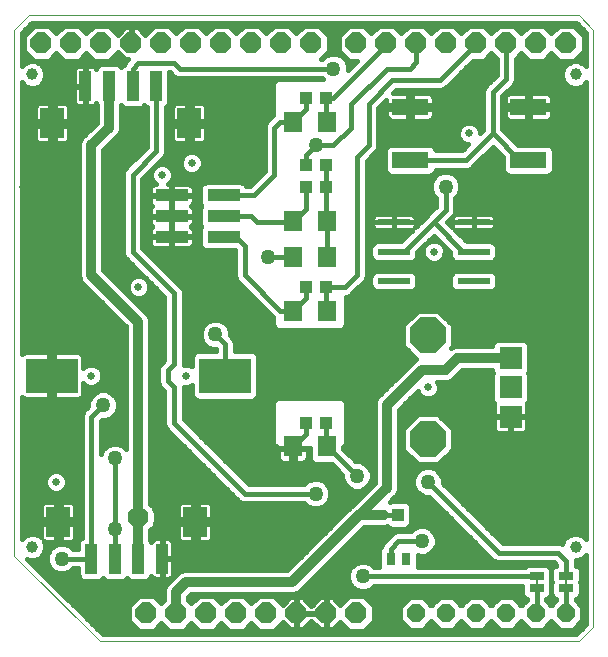
<source format=gtl>
G75*
%MOIN*%
%OFA0B0*%
%FSLAX25Y25*%
%IPPOS*%
%LPD*%
%AMOC8*
5,1,8,0,0,1.08239X$1,22.5*
%
%ADD10C,0.00004*%
%ADD11R,0.11024X0.03937*%
%ADD12R,0.06299X0.07098*%
%ADD13R,0.12205X0.05512*%
%ADD14R,0.17323X0.11811*%
%ADD15C,0.00800*%
%ADD16R,0.05000X0.02500*%
%ADD17R,0.10827X0.01969*%
%ADD18R,0.07400X0.07400*%
%ADD19OC8,0.11811*%
%ADD20R,0.03937X0.04331*%
%ADD21R,0.03937X0.09843*%
%ADD22R,0.07874X0.09843*%
%ADD23C,0.03937*%
%ADD24C,0.02500*%
%ADD25R,0.03150X0.04331*%
%ADD26OC8,0.07000*%
%ADD27OC8,0.06000*%
%ADD28C,0.01600*%
%ADD29C,0.05000*%
%ADD30C,0.04528*%
%ADD31C,0.07000*%
%ADD32C,0.03200*%
D10*
X0008874Y0037220D02*
X0037220Y0008874D01*
X0197063Y0008874D01*
X0201787Y0013598D01*
X0201787Y0212811D01*
X0197063Y0217535D01*
X0013598Y0217535D01*
X0008874Y0212811D01*
X0008874Y0037220D01*
D11*
X0061236Y0143717D03*
X0061236Y0150606D03*
X0061236Y0157496D03*
X0078559Y0157496D03*
X0078559Y0150606D03*
X0078559Y0143717D03*
D12*
X0101701Y0148835D03*
X0112898Y0148835D03*
X0112898Y0136827D03*
X0101701Y0136827D03*
X0101701Y0119110D03*
X0112898Y0119110D03*
X0112898Y0073835D03*
X0101701Y0073835D03*
X0101701Y0182102D03*
X0112898Y0182102D03*
D13*
X0140764Y0187024D03*
X0140764Y0169307D03*
X0180134Y0169307D03*
X0180134Y0187024D03*
D14*
X0079150Y0097457D03*
X0021276Y0097457D03*
D15*
X0182890Y0030059D02*
X0182890Y0027059D01*
X0192732Y0027059D02*
X0192732Y0030059D01*
D16*
X0192732Y0030559D03*
X0192732Y0026559D03*
X0182890Y0026559D03*
X0182890Y0030559D03*
D17*
X0161925Y0128953D03*
X0161925Y0138795D03*
X0161925Y0148638D03*
X0135350Y0148638D03*
X0135350Y0138795D03*
X0135350Y0128953D03*
D18*
X0174228Y0103362D03*
X0174228Y0093520D03*
X0174228Y0083677D03*
D19*
X0146669Y0076197D03*
X0146669Y0110843D03*
D20*
X0112614Y0126984D03*
X0105921Y0126984D03*
X0105921Y0160449D03*
X0112614Y0160449D03*
X0112614Y0167535D03*
X0105921Y0167535D03*
X0105921Y0189976D03*
X0112614Y0189976D03*
X0112614Y0081709D03*
X0105921Y0081709D03*
X0136787Y0051039D03*
D21*
X0058087Y0036433D03*
X0050213Y0036433D03*
X0042339Y0036433D03*
X0034465Y0036433D03*
X0032496Y0193913D03*
X0040370Y0193913D03*
X0048244Y0193913D03*
X0056118Y0193913D03*
D22*
X0067142Y0181618D03*
X0021472Y0181618D03*
X0023441Y0048728D03*
X0069110Y0048728D03*
D23*
X0014780Y0040370D03*
X0014780Y0197850D03*
X0195882Y0197850D03*
X0195882Y0040370D03*
D24*
X0146669Y0093520D03*
X0148638Y0138795D03*
X0160449Y0178165D03*
X0067929Y0168323D03*
X0058087Y0164386D03*
X0050213Y0126984D03*
X0065961Y0097457D03*
X0034465Y0097457D03*
X0022654Y0062024D03*
D25*
X0134268Y0036354D03*
X0139386Y0036354D03*
D26*
X0122811Y0018205D03*
X0112811Y0018205D03*
X0102811Y0018205D03*
X0092811Y0018205D03*
X0082811Y0018205D03*
X0072811Y0018205D03*
X0062811Y0018205D03*
X0052811Y0018205D03*
X0047850Y0208205D03*
X0037850Y0208205D03*
X0027850Y0208205D03*
X0017850Y0208205D03*
X0057850Y0208205D03*
X0067850Y0208205D03*
X0077850Y0208205D03*
X0087850Y0208205D03*
X0097850Y0208205D03*
X0107850Y0208205D03*
X0122850Y0208205D03*
X0132850Y0208205D03*
X0142850Y0208205D03*
X0152850Y0208205D03*
X0162850Y0208205D03*
X0172850Y0208205D03*
X0182850Y0208205D03*
X0192850Y0208205D03*
D27*
X0192811Y0018205D03*
X0182811Y0018205D03*
X0172811Y0018205D03*
X0162811Y0018205D03*
X0152811Y0018205D03*
X0142811Y0018205D03*
D28*
X0058831Y0024327D02*
X0025164Y0024327D01*
X0026762Y0022729D02*
X0048991Y0022729D01*
X0050367Y0024105D02*
X0046911Y0020649D01*
X0046911Y0015761D01*
X0050367Y0012305D01*
X0055255Y0012305D01*
X0057811Y0014861D01*
X0060367Y0012305D01*
X0065255Y0012305D01*
X0067811Y0014861D01*
X0070367Y0012305D01*
X0075255Y0012305D01*
X0077811Y0014861D01*
X0080367Y0012305D01*
X0085255Y0012305D01*
X0087811Y0014861D01*
X0090367Y0012305D01*
X0095255Y0012305D01*
X0098235Y0015285D01*
X0100616Y0012905D01*
X0102611Y0012905D01*
X0102611Y0018005D01*
X0103011Y0018005D01*
X0103011Y0018405D01*
X0102611Y0018405D01*
X0102611Y0023505D01*
X0100616Y0023505D01*
X0098235Y0021124D01*
X0095255Y0024105D01*
X0090367Y0024105D01*
X0087811Y0021549D01*
X0085255Y0024105D01*
X0080367Y0024105D01*
X0077811Y0021549D01*
X0075255Y0024105D01*
X0070367Y0024105D01*
X0067811Y0021549D01*
X0066831Y0022529D01*
X0066831Y0023772D01*
X0067617Y0024559D01*
X0102189Y0024559D01*
X0103660Y0025168D01*
X0125531Y0047039D01*
X0132859Y0047039D01*
X0133142Y0047157D01*
X0133459Y0046839D01*
X0134341Y0046474D01*
X0139233Y0046474D01*
X0140115Y0046839D01*
X0140791Y0047515D01*
X0141156Y0048397D01*
X0141156Y0053682D01*
X0140791Y0054564D01*
X0140115Y0055239D01*
X0139233Y0055605D01*
X0134341Y0055605D01*
X0133923Y0055431D01*
X0135156Y0056664D01*
X0136281Y0057789D01*
X0136890Y0059259D01*
X0136890Y0085957D01*
X0143226Y0092294D01*
X0143575Y0091452D01*
X0144602Y0090425D01*
X0145943Y0089870D01*
X0147395Y0089870D01*
X0148737Y0090425D01*
X0149764Y0091452D01*
X0150319Y0092794D01*
X0150319Y0094246D01*
X0149831Y0095425D01*
X0153370Y0095425D01*
X0154841Y0096034D01*
X0155966Y0097159D01*
X0158169Y0099362D01*
X0168128Y0099362D01*
X0168128Y0099185D01*
X0168436Y0098441D01*
X0168128Y0097697D01*
X0168128Y0089342D01*
X0168494Y0088460D01*
X0168862Y0088092D01*
X0168851Y0088072D01*
X0168728Y0087614D01*
X0168728Y0083861D01*
X0174044Y0083861D01*
X0174044Y0083493D01*
X0168728Y0083493D01*
X0168728Y0079740D01*
X0168851Y0079282D01*
X0169088Y0078872D01*
X0169423Y0078537D01*
X0169834Y0078300D01*
X0170291Y0078177D01*
X0174044Y0078177D01*
X0174044Y0083493D01*
X0174413Y0083493D01*
X0174413Y0083861D01*
X0179728Y0083861D01*
X0179728Y0087614D01*
X0179606Y0088072D01*
X0179594Y0088092D01*
X0179963Y0088460D01*
X0180328Y0089342D01*
X0180328Y0097697D01*
X0180020Y0098441D01*
X0180328Y0099185D01*
X0180328Y0107540D01*
X0179963Y0108422D01*
X0179288Y0109097D01*
X0178406Y0109462D01*
X0170051Y0109462D01*
X0169169Y0109097D01*
X0168494Y0108422D01*
X0168128Y0107540D01*
X0168128Y0107362D01*
X0155716Y0107362D01*
X0154382Y0106810D01*
X0154975Y0107402D01*
X0154975Y0114283D01*
X0150110Y0119148D01*
X0143229Y0119148D01*
X0138364Y0114283D01*
X0138364Y0107402D01*
X0142799Y0102967D01*
X0142435Y0102816D01*
X0129499Y0089880D01*
X0128890Y0088410D01*
X0128890Y0061712D01*
X0121608Y0054430D01*
X0120483Y0053305D01*
X0099737Y0032559D01*
X0065165Y0032559D01*
X0063695Y0031950D01*
X0062570Y0030825D01*
X0060565Y0028820D01*
X0059440Y0027695D01*
X0058831Y0026225D01*
X0058831Y0022568D01*
X0057811Y0021549D01*
X0055255Y0024105D01*
X0050367Y0024105D01*
X0047393Y0021130D02*
X0028361Y0021130D01*
X0029959Y0019532D02*
X0046911Y0019532D01*
X0046911Y0017933D02*
X0031558Y0017933D01*
X0033156Y0016335D02*
X0046911Y0016335D01*
X0047935Y0014736D02*
X0034755Y0014736D01*
X0036353Y0013138D02*
X0049534Y0013138D01*
X0056088Y0013138D02*
X0059534Y0013138D01*
X0057935Y0014736D02*
X0057687Y0014736D01*
X0056631Y0022729D02*
X0058831Y0022729D01*
X0058831Y0025926D02*
X0023565Y0025926D01*
X0021967Y0027525D02*
X0059369Y0027525D01*
X0060565Y0028820D02*
X0060565Y0028820D01*
X0060868Y0029123D02*
X0052686Y0029123D01*
X0052658Y0029112D02*
X0053541Y0029477D01*
X0054216Y0030152D01*
X0054470Y0030766D01*
X0054678Y0030407D01*
X0055013Y0030071D01*
X0055423Y0029834D01*
X0055881Y0029712D01*
X0057902Y0029712D01*
X0057902Y0036249D01*
X0058271Y0036249D01*
X0058271Y0036617D01*
X0061855Y0036617D01*
X0061855Y0041591D01*
X0061732Y0042049D01*
X0061495Y0042460D01*
X0061160Y0042795D01*
X0060750Y0043032D01*
X0060292Y0043154D01*
X0058271Y0043154D01*
X0058271Y0036617D01*
X0057902Y0036617D01*
X0057902Y0043154D01*
X0055881Y0043154D01*
X0055423Y0043032D01*
X0055013Y0042795D01*
X0054678Y0042460D01*
X0054470Y0042100D01*
X0054216Y0042714D01*
X0054213Y0042717D01*
X0054213Y0045869D01*
X0055214Y0046871D01*
X0056113Y0049039D01*
X0056113Y0051386D01*
X0055214Y0053555D01*
X0054213Y0054556D01*
X0054213Y0115969D01*
X0053604Y0117439D01*
X0038465Y0132578D01*
X0038465Y0172571D01*
X0043761Y0177868D01*
X0044370Y0179338D01*
X0044370Y0187504D01*
X0044916Y0186958D01*
X0045798Y0186592D01*
X0050690Y0186592D01*
X0051572Y0186958D01*
X0052181Y0187567D01*
X0052790Y0186958D01*
X0052918Y0186904D01*
X0052918Y0173585D01*
X0045531Y0166198D01*
X0045044Y0165022D01*
X0045044Y0138159D01*
X0045531Y0136983D01*
X0058824Y0123690D01*
X0058824Y0102719D01*
X0058242Y0102138D01*
X0057342Y0101238D01*
X0056855Y0100062D01*
X0056855Y0094852D01*
X0057342Y0093676D01*
X0058824Y0092194D01*
X0058824Y0081072D01*
X0059311Y0079896D01*
X0060211Y0078996D01*
X0083833Y0055374D01*
X0085009Y0054887D01*
X0105538Y0054887D01*
X0106492Y0053933D01*
X0108293Y0053187D01*
X0110242Y0053187D01*
X0112043Y0053933D01*
X0113422Y0055311D01*
X0114168Y0057112D01*
X0114168Y0059061D01*
X0113422Y0060862D01*
X0112043Y0062241D01*
X0110242Y0062987D01*
X0108293Y0062987D01*
X0106492Y0062241D01*
X0105538Y0061287D01*
X0086971Y0061287D01*
X0065224Y0083034D01*
X0065224Y0093811D01*
X0065235Y0093807D01*
X0066687Y0093807D01*
X0068028Y0094362D01*
X0068088Y0094422D01*
X0068088Y0091074D01*
X0068454Y0090192D01*
X0069129Y0089517D01*
X0070011Y0089151D01*
X0088288Y0089151D01*
X0089171Y0089517D01*
X0089846Y0090192D01*
X0090211Y0091074D01*
X0090211Y0103840D01*
X0089846Y0104722D01*
X0089171Y0105397D01*
X0088288Y0105762D01*
X0082350Y0105762D01*
X0082350Y0108526D01*
X0081862Y0109702D01*
X0080703Y0110862D01*
X0080703Y0112211D01*
X0079957Y0114012D01*
X0078579Y0115390D01*
X0076778Y0116136D01*
X0074828Y0116136D01*
X0073028Y0115390D01*
X0071649Y0114012D01*
X0070903Y0112211D01*
X0070903Y0110262D01*
X0071649Y0108461D01*
X0073028Y0107082D01*
X0074828Y0106336D01*
X0075950Y0106336D01*
X0075950Y0105762D01*
X0070011Y0105762D01*
X0069129Y0105397D01*
X0068454Y0104722D01*
X0068088Y0103840D01*
X0068088Y0100491D01*
X0068028Y0100551D01*
X0066687Y0101107D01*
X0065235Y0101107D01*
X0065224Y0101102D01*
X0065224Y0125652D01*
X0064736Y0126828D01*
X0063836Y0127729D01*
X0051444Y0140121D01*
X0051444Y0163060D01*
X0057931Y0169547D01*
X0058831Y0170447D01*
X0059318Y0171623D01*
X0059318Y0186904D01*
X0059446Y0186958D01*
X0060121Y0187633D01*
X0060487Y0188515D01*
X0060487Y0198587D01*
X0060698Y0198587D01*
X0062179Y0197106D01*
X0063356Y0196619D01*
X0111444Y0196619D01*
X0111749Y0196313D01*
X0096979Y0196313D01*
X0096097Y0195948D01*
X0095422Y0195273D01*
X0095057Y0194391D01*
X0095057Y0184228D01*
X0094744Y0183915D01*
X0092775Y0181947D01*
X0092288Y0180770D01*
X0092288Y0165711D01*
X0087273Y0160696D01*
X0086158Y0160696D01*
X0086105Y0160824D01*
X0085430Y0161499D01*
X0084548Y0161865D01*
X0072570Y0161865D01*
X0071688Y0161499D01*
X0071013Y0160824D01*
X0070647Y0159942D01*
X0070647Y0155050D01*
X0071013Y0154168D01*
X0071130Y0154051D01*
X0071013Y0153934D01*
X0070647Y0153052D01*
X0070647Y0148160D01*
X0071013Y0147278D01*
X0071130Y0147161D01*
X0071013Y0147045D01*
X0070647Y0146162D01*
X0070647Y0141271D01*
X0071013Y0140389D01*
X0071688Y0139713D01*
X0072570Y0139348D01*
X0082446Y0139348D01*
X0082446Y0130285D01*
X0082933Y0129109D01*
X0083833Y0128208D01*
X0094744Y0117298D01*
X0094744Y0117298D01*
X0095057Y0116985D01*
X0095057Y0114696D01*
X0095422Y0113814D01*
X0096097Y0113139D01*
X0096979Y0112773D01*
X0117619Y0112773D01*
X0118501Y0113139D01*
X0119176Y0113814D01*
X0119542Y0114696D01*
X0119542Y0123784D01*
X0119747Y0123784D01*
X0120923Y0124271D01*
X0121823Y0125172D01*
X0125760Y0129109D01*
X0126247Y0130285D01*
X0126247Y0168966D01*
X0128797Y0171516D01*
X0129697Y0172416D01*
X0130184Y0173592D01*
X0130184Y0186682D01*
X0132861Y0189360D01*
X0132861Y0187602D01*
X0140186Y0187602D01*
X0140186Y0191580D01*
X0135081Y0191580D01*
X0136184Y0192682D01*
X0151243Y0192682D01*
X0152419Y0193169D01*
X0153319Y0194069D01*
X0161555Y0202305D01*
X0165294Y0202305D01*
X0167850Y0204861D01*
X0169650Y0203061D01*
X0169650Y0197798D01*
X0166510Y0194658D01*
X0165610Y0193758D01*
X0165123Y0192581D01*
X0165123Y0179491D01*
X0164099Y0178467D01*
X0164099Y0178891D01*
X0163543Y0180233D01*
X0162516Y0181260D01*
X0161175Y0181815D01*
X0159723Y0181815D01*
X0158381Y0181260D01*
X0157354Y0180233D01*
X0156799Y0178891D01*
X0156799Y0177439D01*
X0157354Y0176098D01*
X0158381Y0175071D01*
X0159723Y0174515D01*
X0160147Y0174515D01*
X0158139Y0172507D01*
X0149266Y0172507D01*
X0149266Y0172540D01*
X0148901Y0173422D01*
X0148226Y0174098D01*
X0147344Y0174463D01*
X0134184Y0174463D01*
X0133302Y0174098D01*
X0132627Y0173422D01*
X0132261Y0172540D01*
X0132261Y0166074D01*
X0132627Y0165192D01*
X0133302Y0164517D01*
X0134184Y0164151D01*
X0147344Y0164151D01*
X0148226Y0164517D01*
X0148901Y0165192D01*
X0149266Y0166074D01*
X0149266Y0166107D01*
X0160101Y0166107D01*
X0161277Y0166594D01*
X0162177Y0167494D01*
X0162177Y0167494D01*
X0168323Y0173640D01*
X0171631Y0170331D01*
X0171631Y0166074D01*
X0171997Y0165192D01*
X0172672Y0164517D01*
X0173554Y0164151D01*
X0186714Y0164151D01*
X0187596Y0164517D01*
X0188271Y0165192D01*
X0188636Y0166074D01*
X0188636Y0172540D01*
X0188271Y0173422D01*
X0187596Y0174098D01*
X0186714Y0174463D01*
X0176551Y0174463D01*
X0171523Y0179491D01*
X0171523Y0190619D01*
X0174973Y0194069D01*
X0175544Y0194640D01*
X0175544Y0194640D01*
X0175563Y0194660D01*
X0176050Y0195836D01*
X0176050Y0203061D01*
X0177850Y0204861D01*
X0180407Y0202305D01*
X0185294Y0202305D01*
X0187850Y0204861D01*
X0190407Y0202305D01*
X0195294Y0202305D01*
X0198750Y0205761D01*
X0198750Y0210649D01*
X0195294Y0214105D01*
X0190407Y0214105D01*
X0187850Y0211549D01*
X0185294Y0214105D01*
X0180407Y0214105D01*
X0177850Y0211549D01*
X0175294Y0214105D01*
X0170407Y0214105D01*
X0167850Y0211549D01*
X0165294Y0214105D01*
X0160407Y0214105D01*
X0157850Y0211549D01*
X0155294Y0214105D01*
X0150407Y0214105D01*
X0147850Y0211549D01*
X0145294Y0214105D01*
X0140407Y0214105D01*
X0137850Y0211549D01*
X0135294Y0214105D01*
X0130407Y0214105D01*
X0127850Y0211549D01*
X0125294Y0214105D01*
X0120407Y0214105D01*
X0116950Y0210649D01*
X0116950Y0205761D01*
X0120407Y0202305D01*
X0122976Y0202305D01*
X0120073Y0199402D01*
X0120073Y0200794D01*
X0119327Y0202595D01*
X0117949Y0203973D01*
X0116148Y0204719D01*
X0114199Y0204719D01*
X0112398Y0203973D01*
X0111444Y0203019D01*
X0111008Y0203019D01*
X0113750Y0205761D01*
X0113750Y0210649D01*
X0110294Y0214105D01*
X0105407Y0214105D01*
X0102850Y0211549D01*
X0100294Y0214105D01*
X0095407Y0214105D01*
X0092850Y0211549D01*
X0090294Y0214105D01*
X0085407Y0214105D01*
X0082850Y0211549D01*
X0080294Y0214105D01*
X0075407Y0214105D01*
X0072850Y0211549D01*
X0070294Y0214105D01*
X0065407Y0214105D01*
X0062850Y0211549D01*
X0060294Y0214105D01*
X0055407Y0214105D01*
X0052426Y0211124D01*
X0050046Y0213505D01*
X0048050Y0213505D01*
X0048050Y0208405D01*
X0047650Y0208405D01*
X0047650Y0213505D01*
X0045655Y0213505D01*
X0043275Y0211124D01*
X0040294Y0214105D01*
X0035407Y0214105D01*
X0032850Y0211549D01*
X0030294Y0214105D01*
X0025407Y0214105D01*
X0022850Y0211549D01*
X0020294Y0214105D01*
X0015407Y0214105D01*
X0011950Y0210649D01*
X0011950Y0205761D01*
X0015407Y0202305D01*
X0020294Y0202305D01*
X0022850Y0204861D01*
X0025407Y0202305D01*
X0030294Y0202305D01*
X0032850Y0204861D01*
X0035407Y0202305D01*
X0040294Y0202305D01*
X0043275Y0205285D01*
X0045655Y0202905D01*
X0046804Y0202905D01*
X0046431Y0202532D01*
X0045531Y0201632D01*
X0045278Y0201019D01*
X0044916Y0200869D01*
X0044307Y0200260D01*
X0043698Y0200869D01*
X0042816Y0201235D01*
X0037924Y0201235D01*
X0037042Y0200869D01*
X0036367Y0200194D01*
X0036113Y0199580D01*
X0035905Y0199940D01*
X0035570Y0200275D01*
X0035159Y0200512D01*
X0034702Y0200635D01*
X0032680Y0200635D01*
X0032680Y0194098D01*
X0032312Y0194098D01*
X0032312Y0200635D01*
X0030291Y0200635D01*
X0029833Y0200512D01*
X0029422Y0200275D01*
X0029087Y0199940D01*
X0028850Y0199529D01*
X0028728Y0199072D01*
X0028728Y0194098D01*
X0032312Y0194098D01*
X0032312Y0193729D01*
X0032680Y0193729D01*
X0032680Y0187192D01*
X0034702Y0187192D01*
X0035159Y0187315D01*
X0035570Y0187552D01*
X0035905Y0187887D01*
X0036113Y0188247D01*
X0036367Y0187633D01*
X0036370Y0187630D01*
X0036370Y0181791D01*
X0032199Y0177619D01*
X0031074Y0176494D01*
X0030465Y0175024D01*
X0030465Y0130126D01*
X0031074Y0128655D01*
X0032199Y0127530D01*
X0046213Y0113516D01*
X0046213Y0072953D01*
X0045114Y0074052D01*
X0043313Y0074798D01*
X0041364Y0074798D01*
X0039563Y0074052D01*
X0038185Y0072673D01*
X0037665Y0071418D01*
X0037665Y0082352D01*
X0038027Y0082714D01*
X0039376Y0082714D01*
X0041177Y0083460D01*
X0042556Y0084839D01*
X0043302Y0086639D01*
X0043302Y0088589D01*
X0042556Y0090390D01*
X0041177Y0091768D01*
X0039376Y0092514D01*
X0037427Y0092514D01*
X0035626Y0091768D01*
X0034248Y0090390D01*
X0033502Y0088589D01*
X0033502Y0087240D01*
X0031752Y0085490D01*
X0031265Y0084314D01*
X0031265Y0043442D01*
X0031137Y0043389D01*
X0030461Y0042714D01*
X0030096Y0041832D01*
X0030096Y0039633D01*
X0028352Y0039633D01*
X0027398Y0040587D01*
X0025597Y0041333D01*
X0023647Y0041333D01*
X0021846Y0040587D01*
X0020468Y0039209D01*
X0019722Y0037408D01*
X0019722Y0035458D01*
X0020468Y0033657D01*
X0021846Y0032279D01*
X0023647Y0031533D01*
X0025597Y0031533D01*
X0027398Y0032279D01*
X0028352Y0033233D01*
X0030096Y0033233D01*
X0030096Y0031034D01*
X0030461Y0030152D01*
X0031137Y0029477D01*
X0032019Y0029112D01*
X0036910Y0029112D01*
X0037793Y0029477D01*
X0038402Y0030086D01*
X0039011Y0029477D01*
X0039893Y0029112D01*
X0044784Y0029112D01*
X0045667Y0029477D01*
X0046276Y0030086D01*
X0046885Y0029477D01*
X0047767Y0029112D01*
X0052658Y0029112D01*
X0054451Y0030722D02*
X0054496Y0030722D01*
X0057902Y0030722D02*
X0058271Y0030722D01*
X0058271Y0029712D02*
X0060292Y0029712D01*
X0060750Y0029834D01*
X0061160Y0030071D01*
X0061495Y0030407D01*
X0061732Y0030817D01*
X0061855Y0031275D01*
X0061855Y0036249D01*
X0058271Y0036249D01*
X0058271Y0029712D01*
X0058271Y0032320D02*
X0057902Y0032320D01*
X0057902Y0033919D02*
X0058271Y0033919D01*
X0058271Y0035517D02*
X0057902Y0035517D01*
X0057902Y0037116D02*
X0058271Y0037116D01*
X0058271Y0038714D02*
X0057902Y0038714D01*
X0057902Y0040313D02*
X0058271Y0040313D01*
X0058271Y0041911D02*
X0057902Y0041911D01*
X0061769Y0041911D02*
X0109089Y0041911D01*
X0107490Y0040313D02*
X0061855Y0040313D01*
X0061855Y0038714D02*
X0105892Y0038714D01*
X0104293Y0037116D02*
X0061855Y0037116D01*
X0061855Y0035517D02*
X0102695Y0035517D01*
X0101096Y0033919D02*
X0061855Y0033919D01*
X0061855Y0032320D02*
X0064588Y0032320D01*
X0062466Y0030722D02*
X0061677Y0030722D01*
X0067386Y0024327D02*
X0178199Y0024327D01*
X0178355Y0023950D02*
X0179030Y0023274D01*
X0179690Y0023001D01*
X0179690Y0022720D01*
X0177811Y0020841D01*
X0175048Y0023605D01*
X0170574Y0023605D01*
X0167811Y0020841D01*
X0165048Y0023605D01*
X0160574Y0023605D01*
X0157811Y0020841D01*
X0155048Y0023605D01*
X0150574Y0023605D01*
X0147811Y0020841D01*
X0145048Y0023605D01*
X0140574Y0023605D01*
X0137411Y0020441D01*
X0137411Y0015968D01*
X0140574Y0012805D01*
X0145048Y0012805D01*
X0147811Y0015568D01*
X0150574Y0012805D01*
X0155048Y0012805D01*
X0157811Y0015568D01*
X0160574Y0012805D01*
X0165048Y0012805D01*
X0167811Y0015568D01*
X0170574Y0012805D01*
X0175048Y0012805D01*
X0177811Y0015568D01*
X0180574Y0012805D01*
X0185048Y0012805D01*
X0187811Y0015568D01*
X0190574Y0012805D01*
X0195048Y0012805D01*
X0198211Y0015968D01*
X0198211Y0020441D01*
X0195932Y0022720D01*
X0195932Y0023001D01*
X0196592Y0023274D01*
X0197267Y0023950D01*
X0197632Y0024832D01*
X0197632Y0028286D01*
X0197519Y0028559D01*
X0197632Y0028832D01*
X0197632Y0032286D01*
X0197267Y0033169D01*
X0196592Y0033844D01*
X0195932Y0034117D01*
X0195932Y0036002D01*
X0196751Y0036002D01*
X0198356Y0036667D01*
X0199385Y0037696D01*
X0199385Y0014593D01*
X0196068Y0011276D01*
X0038215Y0011276D01*
X0013192Y0036299D01*
X0013911Y0036002D01*
X0015648Y0036002D01*
X0017254Y0036667D01*
X0018483Y0037896D01*
X0019148Y0039501D01*
X0019148Y0041239D01*
X0018770Y0042153D01*
X0018809Y0042130D01*
X0019267Y0042007D01*
X0022641Y0042007D01*
X0022641Y0047928D01*
X0024241Y0047928D01*
X0024241Y0042007D01*
X0027615Y0042007D01*
X0028073Y0042130D01*
X0028483Y0042367D01*
X0028818Y0042702D01*
X0029055Y0043112D01*
X0029178Y0043570D01*
X0029178Y0047928D01*
X0024241Y0047928D01*
X0024241Y0049528D01*
X0029178Y0049528D01*
X0029178Y0053887D01*
X0029055Y0054344D01*
X0028818Y0054755D01*
X0028483Y0055090D01*
X0028073Y0055327D01*
X0027615Y0055450D01*
X0024241Y0055450D01*
X0024241Y0049528D01*
X0022641Y0049528D01*
X0022641Y0047928D01*
X0017704Y0047928D01*
X0017704Y0043624D01*
X0017254Y0044074D01*
X0015648Y0044739D01*
X0013911Y0044739D01*
X0012305Y0044074D01*
X0011276Y0043045D01*
X0011276Y0090344D01*
X0011509Y0090111D01*
X0011919Y0089874D01*
X0012377Y0089751D01*
X0020476Y0089751D01*
X0020476Y0096657D01*
X0022076Y0096657D01*
X0022076Y0089751D01*
X0030174Y0089751D01*
X0030632Y0089874D01*
X0031042Y0090111D01*
X0031377Y0090446D01*
X0031614Y0090856D01*
X0031737Y0091314D01*
X0031737Y0095022D01*
X0032397Y0094362D01*
X0033739Y0093807D01*
X0035191Y0093807D01*
X0036532Y0094362D01*
X0037559Y0095389D01*
X0038115Y0096731D01*
X0038115Y0098183D01*
X0037559Y0099524D01*
X0036532Y0100551D01*
X0035191Y0101107D01*
X0033739Y0101107D01*
X0032397Y0100551D01*
X0031737Y0099891D01*
X0031737Y0103599D01*
X0031614Y0104057D01*
X0031377Y0104467D01*
X0031042Y0104803D01*
X0030632Y0105040D01*
X0030174Y0105162D01*
X0022076Y0105162D01*
X0022076Y0098257D01*
X0020476Y0098257D01*
X0020476Y0105162D01*
X0012377Y0105162D01*
X0011919Y0105040D01*
X0011509Y0104803D01*
X0011276Y0104570D01*
X0011276Y0195176D01*
X0012305Y0194147D01*
X0013911Y0193482D01*
X0015648Y0193482D01*
X0017254Y0194147D01*
X0018483Y0195376D01*
X0019148Y0196981D01*
X0019148Y0198719D01*
X0018483Y0200325D01*
X0017254Y0201554D01*
X0015648Y0202219D01*
X0013911Y0202219D01*
X0012305Y0201554D01*
X0011276Y0200525D01*
X0011276Y0211816D01*
X0014593Y0215133D01*
X0196068Y0215133D01*
X0199385Y0211816D01*
X0199385Y0200525D01*
X0198356Y0201554D01*
X0196751Y0202219D01*
X0195013Y0202219D01*
X0193407Y0201554D01*
X0192178Y0200325D01*
X0191513Y0198719D01*
X0191513Y0196981D01*
X0192178Y0195376D01*
X0193407Y0194147D01*
X0195013Y0193482D01*
X0196751Y0193482D01*
X0198356Y0194147D01*
X0199385Y0195176D01*
X0199385Y0043045D01*
X0198356Y0044074D01*
X0196751Y0044739D01*
X0195013Y0044739D01*
X0193407Y0044074D01*
X0192178Y0042845D01*
X0191513Y0041239D01*
X0191513Y0041229D01*
X0190613Y0041602D01*
X0171617Y0041602D01*
X0151569Y0061649D01*
X0151569Y0062998D01*
X0150823Y0064799D01*
X0149445Y0066178D01*
X0147644Y0066924D01*
X0145695Y0066924D01*
X0143894Y0066178D01*
X0142515Y0064799D01*
X0141769Y0062998D01*
X0141769Y0061049D01*
X0142515Y0059248D01*
X0143894Y0057870D01*
X0145695Y0057124D01*
X0147044Y0057124D01*
X0168479Y0035689D01*
X0169655Y0035202D01*
X0188651Y0035202D01*
X0189532Y0034320D01*
X0189532Y0034117D01*
X0188873Y0033844D01*
X0188198Y0033169D01*
X0187832Y0032286D01*
X0187832Y0028832D01*
X0187945Y0028559D01*
X0187832Y0028286D01*
X0187832Y0024832D01*
X0188198Y0023950D01*
X0188873Y0023274D01*
X0189532Y0023001D01*
X0189532Y0022563D01*
X0187811Y0020841D01*
X0186090Y0022563D01*
X0186090Y0023001D01*
X0186749Y0023274D01*
X0187424Y0023950D01*
X0187790Y0024832D01*
X0187790Y0028286D01*
X0187677Y0028559D01*
X0187790Y0028832D01*
X0187790Y0032286D01*
X0187424Y0033169D01*
X0186749Y0033844D01*
X0185867Y0034209D01*
X0179912Y0034209D01*
X0179030Y0033844D01*
X0178914Y0033728D01*
X0143361Y0033728D01*
X0143361Y0037590D01*
X0143726Y0037439D01*
X0145675Y0037439D01*
X0147476Y0038185D01*
X0148855Y0039563D01*
X0149601Y0041364D01*
X0149601Y0043313D01*
X0148855Y0045114D01*
X0147476Y0046493D01*
X0145675Y0047239D01*
X0143726Y0047239D01*
X0141925Y0046493D01*
X0140971Y0045539D01*
X0136190Y0045539D01*
X0135014Y0045051D01*
X0134114Y0044151D01*
X0131555Y0041592D01*
X0131068Y0040416D01*
X0131068Y0040289D01*
X0130658Y0039879D01*
X0130293Y0038997D01*
X0130293Y0033728D01*
X0128745Y0033728D01*
X0127791Y0034682D01*
X0125990Y0035428D01*
X0124041Y0035428D01*
X0122240Y0034682D01*
X0120862Y0033303D01*
X0120116Y0031502D01*
X0120116Y0029553D01*
X0120862Y0027752D01*
X0122240Y0026374D01*
X0124041Y0025628D01*
X0125990Y0025628D01*
X0127791Y0026374D01*
X0128745Y0027328D01*
X0177990Y0027328D01*
X0177990Y0024832D01*
X0178355Y0023950D01*
X0179690Y0022729D02*
X0175923Y0022729D01*
X0177522Y0021130D02*
X0178100Y0021130D01*
X0177990Y0025926D02*
X0126711Y0025926D01*
X0125255Y0024105D02*
X0120367Y0024105D01*
X0117387Y0021124D01*
X0115006Y0023505D01*
X0113011Y0023505D01*
X0113011Y0018405D01*
X0112611Y0018405D01*
X0112611Y0023505D01*
X0110616Y0023505D01*
X0107811Y0020700D01*
X0105006Y0023505D01*
X0103011Y0023505D01*
X0103011Y0018405D01*
X0112611Y0018405D01*
X0112611Y0018005D01*
X0107511Y0018005D01*
X0103011Y0018005D01*
X0103011Y0012905D01*
X0105006Y0012905D01*
X0107811Y0015709D01*
X0110616Y0012905D01*
X0112611Y0012905D01*
X0112611Y0018005D01*
X0113011Y0018005D01*
X0113011Y0012905D01*
X0115006Y0012905D01*
X0117387Y0015285D01*
X0120367Y0012305D01*
X0125255Y0012305D01*
X0128711Y0015761D01*
X0128711Y0020649D01*
X0125255Y0024105D01*
X0126631Y0022729D02*
X0139699Y0022729D01*
X0138100Y0021130D02*
X0128229Y0021130D01*
X0128711Y0019532D02*
X0137411Y0019532D01*
X0137411Y0017933D02*
X0128711Y0017933D01*
X0128711Y0016335D02*
X0137411Y0016335D01*
X0138643Y0014736D02*
X0127687Y0014736D01*
X0126088Y0013138D02*
X0140241Y0013138D01*
X0145381Y0013138D02*
X0150241Y0013138D01*
X0148643Y0014736D02*
X0146979Y0014736D01*
X0147522Y0021130D02*
X0148100Y0021130D01*
X0149699Y0022729D02*
X0145923Y0022729D01*
X0143361Y0033919D02*
X0179211Y0033919D01*
X0182858Y0030528D02*
X0182890Y0030559D01*
X0182858Y0030528D02*
X0125016Y0030528D01*
X0128554Y0033919D02*
X0130293Y0033919D01*
X0130293Y0035517D02*
X0114009Y0035517D01*
X0115607Y0037116D02*
X0130293Y0037116D01*
X0130293Y0038714D02*
X0117206Y0038714D01*
X0118804Y0040313D02*
X0131068Y0040313D01*
X0131874Y0041911D02*
X0120403Y0041911D01*
X0122001Y0043510D02*
X0133472Y0043510D01*
X0135151Y0045108D02*
X0123600Y0045108D01*
X0125198Y0046707D02*
X0133780Y0046707D01*
X0132063Y0051039D02*
X0136787Y0051039D01*
X0141118Y0048305D02*
X0155862Y0048305D01*
X0154264Y0049904D02*
X0141156Y0049904D01*
X0141156Y0051502D02*
X0152665Y0051502D01*
X0151067Y0053101D02*
X0141156Y0053101D01*
X0140656Y0054699D02*
X0149468Y0054699D01*
X0147870Y0056298D02*
X0134789Y0056298D01*
X0136325Y0057896D02*
X0143867Y0057896D01*
X0142413Y0059495D02*
X0136890Y0059495D01*
X0136890Y0061093D02*
X0141769Y0061093D01*
X0141769Y0062692D02*
X0136890Y0062692D01*
X0136890Y0064290D02*
X0142304Y0064290D01*
X0143605Y0065889D02*
X0136890Y0065889D01*
X0136890Y0067487D02*
X0199385Y0067487D01*
X0199385Y0065889D02*
X0149734Y0065889D01*
X0150110Y0067891D02*
X0154975Y0072757D01*
X0154975Y0079637D01*
X0150110Y0084502D01*
X0143229Y0084502D01*
X0138364Y0079637D01*
X0138364Y0072757D01*
X0143229Y0067891D01*
X0150110Y0067891D01*
X0151304Y0069086D02*
X0199385Y0069086D01*
X0199385Y0070684D02*
X0152903Y0070684D01*
X0154501Y0072283D02*
X0199385Y0072283D01*
X0199385Y0073881D02*
X0154975Y0073881D01*
X0154975Y0075480D02*
X0199385Y0075480D01*
X0199385Y0077078D02*
X0154975Y0077078D01*
X0154975Y0078677D02*
X0169283Y0078677D01*
X0168728Y0080275D02*
X0154337Y0080275D01*
X0152738Y0081874D02*
X0168728Y0081874D01*
X0168728Y0083472D02*
X0151139Y0083472D01*
X0149769Y0091465D02*
X0168128Y0091465D01*
X0168128Y0093063D02*
X0150319Y0093063D01*
X0150147Y0094662D02*
X0168128Y0094662D01*
X0168128Y0096260D02*
X0155067Y0096260D01*
X0156665Y0097859D02*
X0168195Y0097859D01*
X0168128Y0089866D02*
X0140799Y0089866D01*
X0139200Y0088268D02*
X0168686Y0088268D01*
X0168728Y0086669D02*
X0137602Y0086669D01*
X0136890Y0085071D02*
X0168728Y0085071D01*
X0174044Y0083472D02*
X0174413Y0083472D01*
X0174413Y0083493D02*
X0174413Y0078177D01*
X0178165Y0078177D01*
X0178623Y0078300D01*
X0179034Y0078537D01*
X0179369Y0078872D01*
X0179606Y0079282D01*
X0179728Y0079740D01*
X0179728Y0083493D01*
X0174413Y0083493D01*
X0174413Y0081874D02*
X0174044Y0081874D01*
X0174044Y0080275D02*
X0174413Y0080275D01*
X0174413Y0078677D02*
X0174044Y0078677D01*
X0179174Y0078677D02*
X0199385Y0078677D01*
X0199385Y0080275D02*
X0179728Y0080275D01*
X0179728Y0081874D02*
X0199385Y0081874D01*
X0199385Y0083472D02*
X0179728Y0083472D01*
X0179728Y0085071D02*
X0199385Y0085071D01*
X0199385Y0086669D02*
X0179728Y0086669D01*
X0179771Y0088268D02*
X0199385Y0088268D01*
X0199385Y0089866D02*
X0180328Y0089866D01*
X0180328Y0091465D02*
X0199385Y0091465D01*
X0199385Y0093063D02*
X0180328Y0093063D01*
X0180328Y0094662D02*
X0199385Y0094662D01*
X0199385Y0096260D02*
X0180328Y0096260D01*
X0180261Y0097859D02*
X0199385Y0097859D01*
X0199385Y0099458D02*
X0180328Y0099458D01*
X0180328Y0101056D02*
X0199385Y0101056D01*
X0199385Y0102655D02*
X0180328Y0102655D01*
X0180328Y0104253D02*
X0199385Y0104253D01*
X0199385Y0105852D02*
X0180328Y0105852D01*
X0180328Y0107450D02*
X0199385Y0107450D01*
X0199385Y0109049D02*
X0179336Y0109049D01*
X0169121Y0109049D02*
X0154975Y0109049D01*
X0154975Y0110647D02*
X0199385Y0110647D01*
X0199385Y0112246D02*
X0154975Y0112246D01*
X0154975Y0113844D02*
X0199385Y0113844D01*
X0199385Y0115443D02*
X0153815Y0115443D01*
X0152216Y0117041D02*
X0199385Y0117041D01*
X0199385Y0118640D02*
X0150618Y0118640D01*
X0155152Y0125934D02*
X0156034Y0125569D01*
X0167816Y0125569D01*
X0168698Y0125934D01*
X0169373Y0126609D01*
X0169739Y0127491D01*
X0169739Y0130414D01*
X0169373Y0131296D01*
X0168698Y0131972D01*
X0167816Y0132337D01*
X0156034Y0132337D01*
X0155152Y0131972D01*
X0154477Y0131296D01*
X0154112Y0130414D01*
X0154112Y0127491D01*
X0154477Y0126609D01*
X0155152Y0125934D01*
X0154468Y0126632D02*
X0142808Y0126632D01*
X0142798Y0126609D02*
X0143164Y0127491D01*
X0143164Y0130414D01*
X0142798Y0131296D01*
X0142123Y0131972D01*
X0141241Y0132337D01*
X0129460Y0132337D01*
X0128578Y0131972D01*
X0127902Y0131296D01*
X0127537Y0130414D01*
X0127537Y0127491D01*
X0127902Y0126609D01*
X0128578Y0125934D01*
X0129460Y0125569D01*
X0141241Y0125569D01*
X0142123Y0125934D01*
X0142798Y0126609D01*
X0143164Y0128231D02*
X0154112Y0128231D01*
X0154112Y0129829D02*
X0143164Y0129829D01*
X0142667Y0131428D02*
X0154608Y0131428D01*
X0156034Y0135411D02*
X0155152Y0135776D01*
X0154477Y0136452D01*
X0154112Y0137334D01*
X0154112Y0138638D01*
X0148638Y0144112D01*
X0143164Y0138638D01*
X0143164Y0137334D01*
X0142798Y0136452D01*
X0142123Y0135776D01*
X0141241Y0135411D01*
X0129460Y0135411D01*
X0128578Y0135776D01*
X0127902Y0136452D01*
X0127537Y0137334D01*
X0127537Y0140257D01*
X0127902Y0141139D01*
X0128578Y0141814D01*
X0129460Y0142180D01*
X0137654Y0142180D01*
X0141448Y0145973D01*
X0141001Y0145854D01*
X0135350Y0145854D01*
X0135350Y0148638D01*
X0135350Y0148638D01*
X0128137Y0148638D01*
X0128137Y0149859D01*
X0128260Y0150317D01*
X0128497Y0150727D01*
X0128832Y0151062D01*
X0129242Y0151299D01*
X0129700Y0151422D01*
X0135350Y0151422D01*
X0135350Y0148638D01*
X0135350Y0148638D01*
X0128137Y0148638D01*
X0128137Y0147417D01*
X0128260Y0146959D01*
X0128497Y0146548D01*
X0128832Y0146213D01*
X0129242Y0145976D01*
X0129700Y0145854D01*
X0135350Y0145854D01*
X0135350Y0148638D01*
X0135350Y0151422D01*
X0141001Y0151422D01*
X0141459Y0151299D01*
X0141869Y0151062D01*
X0142204Y0150727D01*
X0142441Y0150317D01*
X0142564Y0149859D01*
X0142564Y0148638D01*
X0135351Y0148638D01*
X0135351Y0148638D01*
X0142564Y0148638D01*
X0142564Y0147417D01*
X0142444Y0146969D01*
X0145925Y0150450D01*
X0146825Y0151351D01*
X0149375Y0153900D01*
X0149375Y0156719D01*
X0148421Y0157673D01*
X0147675Y0159474D01*
X0147675Y0161423D01*
X0148421Y0163224D01*
X0149799Y0164603D01*
X0151600Y0165349D01*
X0153549Y0165349D01*
X0155350Y0164603D01*
X0156729Y0163224D01*
X0157475Y0161423D01*
X0157475Y0159474D01*
X0156729Y0157673D01*
X0155775Y0156719D01*
X0155775Y0151938D01*
X0155414Y0151066D01*
X0155817Y0151299D01*
X0156275Y0151422D01*
X0161925Y0151422D01*
X0161925Y0148638D01*
X0161925Y0148638D01*
X0161925Y0148638D01*
X0154712Y0148638D01*
X0154712Y0149859D01*
X0154832Y0150306D01*
X0153163Y0148638D01*
X0154832Y0146969D01*
X0154712Y0147417D01*
X0154712Y0148638D01*
X0161925Y0148638D01*
X0161925Y0151422D01*
X0167576Y0151422D01*
X0168033Y0151299D01*
X0168444Y0151062D01*
X0168779Y0150727D01*
X0169016Y0150317D01*
X0169139Y0149859D01*
X0169139Y0148638D01*
X0161925Y0148638D01*
X0161925Y0148638D01*
X0161925Y0148638D01*
X0161925Y0145854D01*
X0156275Y0145854D01*
X0155828Y0145973D01*
X0159622Y0142180D01*
X0167816Y0142180D01*
X0168698Y0141814D01*
X0169373Y0141139D01*
X0169739Y0140257D01*
X0169739Y0137334D01*
X0169373Y0136452D01*
X0168698Y0135776D01*
X0167816Y0135411D01*
X0156034Y0135411D01*
X0154705Y0136223D02*
X0151228Y0136223D01*
X0151732Y0136728D02*
X0150705Y0135701D01*
X0149364Y0135145D01*
X0147912Y0135145D01*
X0146570Y0135701D01*
X0145543Y0136728D01*
X0144988Y0138069D01*
X0144988Y0139521D01*
X0145543Y0140863D01*
X0146570Y0141890D01*
X0147912Y0142445D01*
X0149364Y0142445D01*
X0150705Y0141890D01*
X0151732Y0140863D01*
X0152288Y0139521D01*
X0152288Y0138069D01*
X0151732Y0136728D01*
X0152185Y0137822D02*
X0154112Y0137822D01*
X0153330Y0139420D02*
X0152288Y0139420D01*
X0151731Y0141019D02*
X0151576Y0141019D01*
X0150133Y0142617D02*
X0147143Y0142617D01*
X0145699Y0141019D02*
X0145544Y0141019D01*
X0144988Y0139420D02*
X0143946Y0139420D01*
X0143164Y0137822D02*
X0145090Y0137822D01*
X0146048Y0136223D02*
X0142570Y0136223D01*
X0138795Y0138795D02*
X0135350Y0138795D01*
X0138795Y0138795D02*
X0148638Y0148638D01*
X0158480Y0138795D01*
X0161925Y0138795D01*
X0159184Y0142617D02*
X0199385Y0142617D01*
X0199385Y0141019D02*
X0169423Y0141019D01*
X0169739Y0139420D02*
X0199385Y0139420D01*
X0199385Y0137822D02*
X0169739Y0137822D01*
X0169145Y0136223D02*
X0199385Y0136223D01*
X0199385Y0134625D02*
X0126247Y0134625D01*
X0126247Y0136223D02*
X0128131Y0136223D01*
X0127537Y0137822D02*
X0126247Y0137822D01*
X0126247Y0139420D02*
X0127537Y0139420D01*
X0127853Y0141019D02*
X0126247Y0141019D01*
X0126247Y0142617D02*
X0138092Y0142617D01*
X0139690Y0144216D02*
X0126247Y0144216D01*
X0126247Y0145814D02*
X0141289Y0145814D01*
X0142563Y0147413D02*
X0142887Y0147413D01*
X0142564Y0149011D02*
X0144486Y0149011D01*
X0146084Y0150610D02*
X0142272Y0150610D01*
X0147683Y0152208D02*
X0126247Y0152208D01*
X0126247Y0150610D02*
X0128429Y0150610D01*
X0128137Y0149011D02*
X0126247Y0149011D01*
X0126247Y0147413D02*
X0128138Y0147413D01*
X0126247Y0153807D02*
X0149281Y0153807D01*
X0149375Y0155405D02*
X0126247Y0155405D01*
X0126247Y0157004D02*
X0149090Y0157004D01*
X0148036Y0158602D02*
X0126247Y0158602D01*
X0126247Y0160201D02*
X0147675Y0160201D01*
X0147831Y0161799D02*
X0126247Y0161799D01*
X0126247Y0163398D02*
X0148594Y0163398D01*
X0148706Y0164996D02*
X0150750Y0164996D01*
X0154400Y0164996D02*
X0172192Y0164996D01*
X0171631Y0166595D02*
X0161278Y0166595D01*
X0162876Y0168194D02*
X0171631Y0168194D01*
X0171631Y0169792D02*
X0164475Y0169792D01*
X0166073Y0171391D02*
X0170572Y0171391D01*
X0168974Y0172989D02*
X0167672Y0172989D01*
X0168323Y0178165D02*
X0177181Y0169307D01*
X0180134Y0169307D01*
X0176426Y0174588D02*
X0199385Y0174588D01*
X0199385Y0176186D02*
X0174828Y0176186D01*
X0173229Y0177785D02*
X0199385Y0177785D01*
X0199385Y0179383D02*
X0171631Y0179383D01*
X0171523Y0180982D02*
X0199385Y0180982D01*
X0199385Y0182580D02*
X0186893Y0182580D01*
X0186931Y0182590D02*
X0187341Y0182827D01*
X0187677Y0183162D01*
X0187914Y0183573D01*
X0188036Y0184031D01*
X0188036Y0186446D01*
X0180712Y0186446D01*
X0180712Y0187602D01*
X0179556Y0187602D01*
X0179556Y0191580D01*
X0173795Y0191580D01*
X0173337Y0191457D01*
X0172926Y0191220D01*
X0172591Y0190885D01*
X0172354Y0190474D01*
X0172231Y0190016D01*
X0172231Y0187602D01*
X0179556Y0187602D01*
X0179556Y0186446D01*
X0172231Y0186446D01*
X0172231Y0184031D01*
X0172354Y0183573D01*
X0172591Y0183162D01*
X0172926Y0182827D01*
X0173337Y0182590D01*
X0173795Y0182468D01*
X0179556Y0182468D01*
X0179556Y0186446D01*
X0180712Y0186446D01*
X0180712Y0182468D01*
X0186473Y0182468D01*
X0186931Y0182590D01*
X0188036Y0184179D02*
X0199385Y0184179D01*
X0199385Y0185777D02*
X0188036Y0185777D01*
X0188036Y0187602D02*
X0188036Y0190016D01*
X0187914Y0190474D01*
X0187677Y0190885D01*
X0187341Y0191220D01*
X0186931Y0191457D01*
X0186473Y0191580D01*
X0180712Y0191580D01*
X0180712Y0187602D01*
X0188036Y0187602D01*
X0188036Y0188974D02*
X0199385Y0188974D01*
X0199385Y0187376D02*
X0180712Y0187376D01*
X0179556Y0187376D02*
X0171523Y0187376D01*
X0171523Y0188974D02*
X0172231Y0188974D01*
X0172411Y0190573D02*
X0171523Y0190573D01*
X0173075Y0192171D02*
X0199385Y0192171D01*
X0199385Y0190573D02*
X0187857Y0190573D01*
X0192186Y0195368D02*
X0175857Y0195368D01*
X0176050Y0196967D02*
X0191519Y0196967D01*
X0191513Y0198565D02*
X0176050Y0198565D01*
X0176050Y0200164D02*
X0192112Y0200164D01*
X0193910Y0201762D02*
X0176050Y0201762D01*
X0176350Y0203361D02*
X0179351Y0203361D01*
X0186350Y0203361D02*
X0189351Y0203361D01*
X0196350Y0203361D02*
X0199385Y0203361D01*
X0199385Y0204959D02*
X0197949Y0204959D01*
X0198750Y0206558D02*
X0199385Y0206558D01*
X0199385Y0208156D02*
X0198750Y0208156D01*
X0198750Y0209755D02*
X0199385Y0209755D01*
X0199385Y0211353D02*
X0198046Y0211353D01*
X0198250Y0212952D02*
X0196447Y0212952D01*
X0196651Y0214550D02*
X0014010Y0214550D01*
X0014254Y0212952D02*
X0012412Y0212952D01*
X0012655Y0211353D02*
X0011276Y0211353D01*
X0011276Y0209755D02*
X0011950Y0209755D01*
X0011950Y0208156D02*
X0011276Y0208156D01*
X0011276Y0206558D02*
X0011950Y0206558D01*
X0011276Y0204959D02*
X0012752Y0204959D01*
X0011276Y0203361D02*
X0014351Y0203361D01*
X0012808Y0201762D02*
X0011276Y0201762D01*
X0016751Y0201762D02*
X0045662Y0201762D01*
X0045199Y0203361D02*
X0041350Y0203361D01*
X0042949Y0204959D02*
X0043601Y0204959D01*
X0047650Y0209755D02*
X0048050Y0209755D01*
X0048050Y0211353D02*
X0047650Y0211353D01*
X0047650Y0212952D02*
X0048050Y0212952D01*
X0045102Y0212952D02*
X0041447Y0212952D01*
X0043046Y0211353D02*
X0043504Y0211353D01*
X0050599Y0212952D02*
X0054254Y0212952D01*
X0052655Y0211353D02*
X0052197Y0211353D01*
X0050213Y0201787D02*
X0048244Y0199819D01*
X0048244Y0193913D01*
X0044498Y0187376D02*
X0044370Y0187376D01*
X0044370Y0185777D02*
X0052918Y0185777D01*
X0052918Y0184179D02*
X0044370Y0184179D01*
X0044370Y0182580D02*
X0052918Y0182580D01*
X0052918Y0180982D02*
X0044370Y0180982D01*
X0044370Y0179383D02*
X0052918Y0179383D01*
X0052918Y0177785D02*
X0043678Y0177785D01*
X0042079Y0176186D02*
X0052918Y0176186D01*
X0052918Y0174588D02*
X0040481Y0174588D01*
X0038882Y0172989D02*
X0052322Y0172989D01*
X0050723Y0171391D02*
X0038465Y0171391D01*
X0038465Y0169792D02*
X0049125Y0169792D01*
X0047526Y0168194D02*
X0038465Y0168194D01*
X0038465Y0166595D02*
X0045928Y0166595D01*
X0045044Y0164996D02*
X0038465Y0164996D01*
X0038465Y0163398D02*
X0045044Y0163398D01*
X0045044Y0161799D02*
X0038465Y0161799D01*
X0038465Y0160201D02*
X0045044Y0160201D01*
X0045044Y0158602D02*
X0038465Y0158602D01*
X0038465Y0157004D02*
X0045044Y0157004D01*
X0045044Y0155405D02*
X0038465Y0155405D01*
X0038465Y0153807D02*
X0045044Y0153807D01*
X0045044Y0152208D02*
X0038465Y0152208D01*
X0038465Y0150610D02*
X0045044Y0150610D01*
X0045044Y0149011D02*
X0038465Y0149011D01*
X0038465Y0147413D02*
X0045044Y0147413D01*
X0045044Y0145814D02*
X0038465Y0145814D01*
X0038465Y0144216D02*
X0045044Y0144216D01*
X0045044Y0142617D02*
X0038465Y0142617D01*
X0038465Y0141019D02*
X0045044Y0141019D01*
X0045044Y0139420D02*
X0038465Y0139420D01*
X0038465Y0137822D02*
X0045184Y0137822D01*
X0046291Y0136223D02*
X0038465Y0136223D01*
X0038465Y0134625D02*
X0047889Y0134625D01*
X0049488Y0133026D02*
X0038465Y0133026D01*
X0039615Y0131428D02*
X0051086Y0131428D01*
X0050939Y0130634D02*
X0049487Y0130634D01*
X0048145Y0130079D01*
X0047118Y0129052D01*
X0046563Y0127710D01*
X0046563Y0126258D01*
X0047118Y0124917D01*
X0048145Y0123890D01*
X0049487Y0123334D01*
X0050939Y0123334D01*
X0052280Y0123890D01*
X0053307Y0124917D01*
X0053863Y0126258D01*
X0053863Y0127710D01*
X0053307Y0129052D01*
X0052280Y0130079D01*
X0050939Y0130634D01*
X0052529Y0129829D02*
X0052685Y0129829D01*
X0053647Y0128231D02*
X0054283Y0128231D01*
X0053863Y0126632D02*
X0055882Y0126632D01*
X0057480Y0125034D02*
X0053355Y0125034D01*
X0051182Y0123435D02*
X0058824Y0123435D01*
X0058824Y0121837D02*
X0049206Y0121837D01*
X0049243Y0123435D02*
X0047607Y0123435D01*
X0047070Y0125034D02*
X0046009Y0125034D01*
X0046563Y0126632D02*
X0044410Y0126632D01*
X0042812Y0128231D02*
X0046778Y0128231D01*
X0047896Y0129829D02*
X0041213Y0129829D01*
X0036294Y0123435D02*
X0011276Y0123435D01*
X0011276Y0121837D02*
X0037892Y0121837D01*
X0039491Y0120238D02*
X0011276Y0120238D01*
X0011276Y0118640D02*
X0041089Y0118640D01*
X0042688Y0117041D02*
X0011276Y0117041D01*
X0011276Y0115443D02*
X0044286Y0115443D01*
X0045885Y0113844D02*
X0011276Y0113844D01*
X0011276Y0112246D02*
X0046213Y0112246D01*
X0046213Y0110647D02*
X0011276Y0110647D01*
X0011276Y0109049D02*
X0046213Y0109049D01*
X0046213Y0107450D02*
X0011276Y0107450D01*
X0011276Y0105852D02*
X0046213Y0105852D01*
X0046213Y0104253D02*
X0031501Y0104253D01*
X0031737Y0102655D02*
X0046213Y0102655D01*
X0046213Y0101056D02*
X0035313Y0101056D01*
X0033616Y0101056D02*
X0031737Y0101056D01*
X0037587Y0099458D02*
X0046213Y0099458D01*
X0046213Y0097859D02*
X0038115Y0097859D01*
X0037920Y0096260D02*
X0046213Y0096260D01*
X0046213Y0094662D02*
X0036832Y0094662D01*
X0035323Y0091465D02*
X0031737Y0091465D01*
X0031737Y0093063D02*
X0046213Y0093063D01*
X0046213Y0091465D02*
X0041480Y0091465D01*
X0042772Y0089866D02*
X0046213Y0089866D01*
X0046213Y0088268D02*
X0043302Y0088268D01*
X0043302Y0086669D02*
X0046213Y0086669D01*
X0046213Y0085071D02*
X0042652Y0085071D01*
X0041189Y0083472D02*
X0046213Y0083472D01*
X0046213Y0081874D02*
X0037665Y0081874D01*
X0037665Y0080275D02*
X0046213Y0080275D01*
X0046213Y0078677D02*
X0037665Y0078677D01*
X0037665Y0077078D02*
X0046213Y0077078D01*
X0046213Y0075480D02*
X0037665Y0075480D01*
X0037665Y0073881D02*
X0039393Y0073881D01*
X0038023Y0072283D02*
X0037665Y0072283D01*
X0042339Y0069898D02*
X0042339Y0046276D01*
X0042339Y0036433D01*
X0044812Y0029123D02*
X0047740Y0029123D01*
X0039866Y0029123D02*
X0036938Y0029123D01*
X0031992Y0029123D02*
X0020368Y0029123D01*
X0018770Y0030722D02*
X0030226Y0030722D01*
X0030096Y0032320D02*
X0027439Y0032320D01*
X0024622Y0036433D02*
X0034465Y0036433D01*
X0034465Y0083677D01*
X0038402Y0087614D01*
X0034031Y0089866D02*
X0030604Y0089866D01*
X0033502Y0088268D02*
X0011276Y0088268D01*
X0011276Y0089866D02*
X0011947Y0089866D01*
X0011276Y0086669D02*
X0032931Y0086669D01*
X0031578Y0085071D02*
X0011276Y0085071D01*
X0011276Y0083472D02*
X0031265Y0083472D01*
X0031265Y0081874D02*
X0011276Y0081874D01*
X0011276Y0080275D02*
X0031265Y0080275D01*
X0031265Y0078677D02*
X0011276Y0078677D01*
X0011276Y0077078D02*
X0031265Y0077078D01*
X0031265Y0075480D02*
X0011276Y0075480D01*
X0011276Y0073881D02*
X0031265Y0073881D01*
X0031265Y0072283D02*
X0011276Y0072283D01*
X0011276Y0070684D02*
X0031265Y0070684D01*
X0031265Y0069086D02*
X0011276Y0069086D01*
X0011276Y0067487D02*
X0031265Y0067487D01*
X0031265Y0065889D02*
X0011276Y0065889D01*
X0011276Y0064290D02*
X0019758Y0064290D01*
X0019559Y0064091D02*
X0019004Y0062750D01*
X0019004Y0061298D01*
X0019559Y0059956D01*
X0020586Y0058929D01*
X0021927Y0058374D01*
X0023380Y0058374D01*
X0024721Y0058929D01*
X0025748Y0059956D01*
X0026304Y0061298D01*
X0026304Y0062750D01*
X0025748Y0064091D01*
X0024721Y0065118D01*
X0023380Y0065674D01*
X0021927Y0065674D01*
X0020586Y0065118D01*
X0019559Y0064091D01*
X0019004Y0062692D02*
X0011276Y0062692D01*
X0011276Y0061093D02*
X0019088Y0061093D01*
X0020021Y0059495D02*
X0011276Y0059495D01*
X0011276Y0057896D02*
X0031265Y0057896D01*
X0031265Y0056298D02*
X0011276Y0056298D01*
X0011276Y0054699D02*
X0018031Y0054699D01*
X0018064Y0054755D02*
X0017827Y0054344D01*
X0017704Y0053887D01*
X0017704Y0049528D01*
X0022641Y0049528D01*
X0022641Y0055450D01*
X0019267Y0055450D01*
X0018809Y0055327D01*
X0018399Y0055090D01*
X0018064Y0054755D01*
X0017704Y0053101D02*
X0011276Y0053101D01*
X0011276Y0051502D02*
X0017704Y0051502D01*
X0017704Y0049904D02*
X0011276Y0049904D01*
X0011276Y0048305D02*
X0022641Y0048305D01*
X0022641Y0046707D02*
X0024241Y0046707D01*
X0024241Y0048305D02*
X0031265Y0048305D01*
X0031265Y0046707D02*
X0029178Y0046707D01*
X0029178Y0045108D02*
X0031265Y0045108D01*
X0031265Y0043510D02*
X0029162Y0043510D01*
X0030129Y0041911D02*
X0018870Y0041911D01*
X0019148Y0040313D02*
X0021572Y0040313D01*
X0020263Y0038714D02*
X0018822Y0038714D01*
X0019722Y0037116D02*
X0017703Y0037116D01*
X0019722Y0035517D02*
X0013974Y0035517D01*
X0015573Y0033919D02*
X0020360Y0033919D01*
X0021805Y0032320D02*
X0017171Y0032320D01*
X0011741Y0043510D02*
X0011276Y0043510D01*
X0011276Y0045108D02*
X0017704Y0045108D01*
X0017704Y0046707D02*
X0011276Y0046707D01*
X0022641Y0045108D02*
X0024241Y0045108D01*
X0024241Y0043510D02*
X0022641Y0043510D01*
X0027672Y0040313D02*
X0030096Y0040313D01*
X0029178Y0049904D02*
X0031265Y0049904D01*
X0031265Y0051502D02*
X0029178Y0051502D01*
X0029178Y0053101D02*
X0031265Y0053101D01*
X0031265Y0054699D02*
X0028850Y0054699D01*
X0024241Y0054699D02*
X0022641Y0054699D01*
X0022641Y0053101D02*
X0024241Y0053101D01*
X0024241Y0051502D02*
X0022641Y0051502D01*
X0022641Y0049904D02*
X0024241Y0049904D01*
X0025287Y0059495D02*
X0031265Y0059495D01*
X0031265Y0061093D02*
X0026219Y0061093D01*
X0026304Y0062692D02*
X0031265Y0062692D01*
X0031265Y0064290D02*
X0025549Y0064290D01*
X0045285Y0073881D02*
X0046213Y0073881D01*
X0054213Y0073881D02*
X0065325Y0073881D01*
X0063727Y0075480D02*
X0054213Y0075480D01*
X0054213Y0077078D02*
X0062128Y0077078D01*
X0060530Y0078677D02*
X0054213Y0078677D01*
X0054213Y0080275D02*
X0059154Y0080275D01*
X0058824Y0081874D02*
X0054213Y0081874D01*
X0054213Y0083472D02*
X0058824Y0083472D01*
X0058824Y0085071D02*
X0054213Y0085071D01*
X0054213Y0086669D02*
X0058824Y0086669D01*
X0058824Y0088268D02*
X0054213Y0088268D01*
X0054213Y0089866D02*
X0058824Y0089866D01*
X0058824Y0091465D02*
X0054213Y0091465D01*
X0054213Y0093063D02*
X0057954Y0093063D01*
X0056934Y0094662D02*
X0054213Y0094662D01*
X0054213Y0096260D02*
X0056855Y0096260D01*
X0056855Y0097859D02*
X0054213Y0097859D01*
X0054213Y0099458D02*
X0056855Y0099458D01*
X0057267Y0101056D02*
X0054213Y0101056D01*
X0054213Y0102655D02*
X0058759Y0102655D01*
X0058824Y0104253D02*
X0054213Y0104253D01*
X0054213Y0105852D02*
X0058824Y0105852D01*
X0058824Y0107450D02*
X0054213Y0107450D01*
X0054213Y0109049D02*
X0058824Y0109049D01*
X0058824Y0110647D02*
X0054213Y0110647D01*
X0054213Y0112246D02*
X0058824Y0112246D01*
X0058824Y0113844D02*
X0054213Y0113844D01*
X0054213Y0115443D02*
X0058824Y0115443D01*
X0058824Y0117041D02*
X0053768Y0117041D01*
X0052403Y0118640D02*
X0058824Y0118640D01*
X0058824Y0120238D02*
X0050805Y0120238D01*
X0062024Y0125016D02*
X0062024Y0101394D01*
X0060055Y0099425D01*
X0060055Y0095488D01*
X0062024Y0093520D01*
X0062024Y0081709D01*
X0085646Y0058087D01*
X0109268Y0058087D01*
X0105725Y0054699D02*
X0074520Y0054699D01*
X0074488Y0054755D02*
X0074152Y0055090D01*
X0073742Y0055327D01*
X0073284Y0055450D01*
X0069910Y0055450D01*
X0069910Y0049528D01*
X0074847Y0049528D01*
X0074847Y0053887D01*
X0074725Y0054344D01*
X0074488Y0054755D01*
X0074847Y0053101D02*
X0120278Y0053101D01*
X0120483Y0053305D02*
X0120483Y0053305D01*
X0121608Y0054430D02*
X0121608Y0054430D01*
X0121877Y0054699D02*
X0112810Y0054699D01*
X0113830Y0056298D02*
X0123476Y0056298D01*
X0125074Y0057896D02*
X0114168Y0057896D01*
X0113988Y0059495D02*
X0121101Y0059495D01*
X0120272Y0059838D02*
X0122073Y0059092D01*
X0124022Y0059092D01*
X0125823Y0059838D01*
X0127201Y0061216D01*
X0127947Y0063017D01*
X0127947Y0064967D01*
X0127201Y0066768D01*
X0125823Y0068146D01*
X0124022Y0068892D01*
X0122673Y0068892D01*
X0118447Y0073118D01*
X0118447Y0073746D01*
X0118501Y0073769D01*
X0119176Y0074444D01*
X0119542Y0075326D01*
X0119542Y0088092D01*
X0119176Y0088974D01*
X0118501Y0089649D01*
X0117619Y0090014D01*
X0096979Y0090014D01*
X0096097Y0089649D01*
X0095422Y0088974D01*
X0095057Y0088092D01*
X0095057Y0075326D01*
X0095422Y0074444D01*
X0096097Y0073769D01*
X0096979Y0073403D01*
X0100926Y0073403D01*
X0100926Y0073060D01*
X0096751Y0073060D01*
X0096751Y0070048D01*
X0096874Y0069591D01*
X0097111Y0069180D01*
X0097446Y0068845D01*
X0097856Y0068608D01*
X0098314Y0068485D01*
X0100926Y0068485D01*
X0100926Y0073060D01*
X0102476Y0073060D01*
X0102476Y0073403D01*
X0107348Y0073403D01*
X0107348Y0069808D01*
X0107713Y0068926D01*
X0108389Y0068251D01*
X0109271Y0067885D01*
X0114628Y0067885D01*
X0118147Y0064367D01*
X0118147Y0063017D01*
X0118893Y0061216D01*
X0120272Y0059838D01*
X0119016Y0061093D02*
X0113191Y0061093D01*
X0110954Y0062692D02*
X0118282Y0062692D01*
X0118147Y0064290D02*
X0083967Y0064290D01*
X0082369Y0065889D02*
X0116625Y0065889D01*
X0115027Y0067487D02*
X0080770Y0067487D01*
X0079172Y0069086D02*
X0097205Y0069086D01*
X0096751Y0070684D02*
X0077573Y0070684D01*
X0075975Y0072283D02*
X0096751Y0072283D01*
X0095984Y0073881D02*
X0074376Y0073881D01*
X0072778Y0075480D02*
X0095057Y0075480D01*
X0095057Y0077078D02*
X0071179Y0077078D01*
X0069581Y0078677D02*
X0095057Y0078677D01*
X0095057Y0080275D02*
X0067982Y0080275D01*
X0066384Y0081874D02*
X0095057Y0081874D01*
X0095057Y0083472D02*
X0065224Y0083472D01*
X0065224Y0085071D02*
X0095057Y0085071D01*
X0095057Y0086669D02*
X0065224Y0086669D01*
X0065224Y0088268D02*
X0095130Y0088268D01*
X0096623Y0089866D02*
X0089520Y0089866D01*
X0090211Y0091465D02*
X0131084Y0091465D01*
X0129493Y0089866D02*
X0117976Y0089866D01*
X0119469Y0088268D02*
X0128890Y0088268D01*
X0128890Y0086669D02*
X0119542Y0086669D01*
X0119542Y0085071D02*
X0128890Y0085071D01*
X0128890Y0083472D02*
X0119542Y0083472D01*
X0119542Y0081874D02*
X0128890Y0081874D01*
X0128890Y0080275D02*
X0119542Y0080275D01*
X0119542Y0078677D02*
X0128890Y0078677D01*
X0128890Y0077078D02*
X0119542Y0077078D01*
X0119542Y0075480D02*
X0128890Y0075480D01*
X0128890Y0073881D02*
X0118614Y0073881D01*
X0119282Y0072283D02*
X0128890Y0072283D01*
X0128890Y0070684D02*
X0120881Y0070684D01*
X0122479Y0069086D02*
X0128890Y0069086D01*
X0128890Y0067487D02*
X0126482Y0067487D01*
X0127565Y0065889D02*
X0128890Y0065889D01*
X0128890Y0064290D02*
X0127947Y0064290D01*
X0127812Y0062692D02*
X0128890Y0062692D01*
X0128271Y0061093D02*
X0127078Y0061093D01*
X0126673Y0059495D02*
X0124994Y0059495D01*
X0123047Y0063992D02*
X0113205Y0073835D01*
X0112898Y0073835D01*
X0112614Y0074118D01*
X0112614Y0081709D01*
X0105921Y0081709D02*
X0105921Y0078055D01*
X0101701Y0073835D01*
X0101701Y0066268D01*
X0101394Y0065961D01*
X0102476Y0068485D02*
X0105087Y0068485D01*
X0105545Y0068608D01*
X0105956Y0068845D01*
X0106291Y0069180D01*
X0106528Y0069591D01*
X0106650Y0070048D01*
X0106650Y0073060D01*
X0102476Y0073060D01*
X0102476Y0068485D01*
X0102476Y0069086D02*
X0100926Y0069086D01*
X0100926Y0070684D02*
X0102476Y0070684D01*
X0102476Y0072283D02*
X0100926Y0072283D01*
X0106650Y0072283D02*
X0107348Y0072283D01*
X0107348Y0070684D02*
X0106650Y0070684D01*
X0106196Y0069086D02*
X0107647Y0069086D01*
X0107581Y0062692D02*
X0085566Y0062692D01*
X0081311Y0057896D02*
X0054213Y0057896D01*
X0054213Y0056298D02*
X0082909Y0056298D01*
X0079712Y0059495D02*
X0054213Y0059495D01*
X0054213Y0061093D02*
X0078114Y0061093D01*
X0076515Y0062692D02*
X0054213Y0062692D01*
X0054213Y0064290D02*
X0074917Y0064290D01*
X0073318Y0065889D02*
X0054213Y0065889D01*
X0054213Y0067487D02*
X0071720Y0067487D01*
X0070121Y0069086D02*
X0054213Y0069086D01*
X0054213Y0070684D02*
X0068522Y0070684D01*
X0066924Y0072283D02*
X0054213Y0072283D01*
X0054213Y0054699D02*
X0063701Y0054699D01*
X0063733Y0054755D02*
X0063496Y0054344D01*
X0063373Y0053887D01*
X0063373Y0049528D01*
X0068310Y0049528D01*
X0068310Y0047928D01*
X0069910Y0047928D01*
X0069910Y0042007D01*
X0073284Y0042007D01*
X0073742Y0042130D01*
X0074152Y0042367D01*
X0074488Y0042702D01*
X0074725Y0043112D01*
X0074847Y0043570D01*
X0074847Y0047928D01*
X0069910Y0047928D01*
X0069910Y0049528D01*
X0068310Y0049528D01*
X0068310Y0055450D01*
X0064936Y0055450D01*
X0064478Y0055327D01*
X0064068Y0055090D01*
X0063733Y0054755D01*
X0063373Y0053101D02*
X0055402Y0053101D01*
X0056065Y0051502D02*
X0063373Y0051502D01*
X0063373Y0049904D02*
X0056113Y0049904D01*
X0055809Y0048305D02*
X0068310Y0048305D01*
X0068310Y0047928D02*
X0063373Y0047928D01*
X0063373Y0043570D01*
X0063496Y0043112D01*
X0063733Y0042702D01*
X0064068Y0042367D01*
X0064478Y0042130D01*
X0064936Y0042007D01*
X0068310Y0042007D01*
X0068310Y0047928D01*
X0068310Y0046707D02*
X0069910Y0046707D01*
X0069910Y0048305D02*
X0115483Y0048305D01*
X0113884Y0046707D02*
X0074847Y0046707D01*
X0074847Y0045108D02*
X0112286Y0045108D01*
X0110687Y0043510D02*
X0074831Y0043510D01*
X0069910Y0043510D02*
X0068310Y0043510D01*
X0068310Y0045108D02*
X0069910Y0045108D01*
X0069910Y0049904D02*
X0068310Y0049904D01*
X0068310Y0051502D02*
X0069910Y0051502D01*
X0069910Y0053101D02*
X0068310Y0053101D01*
X0068310Y0054699D02*
X0069910Y0054699D01*
X0074847Y0051502D02*
X0118680Y0051502D01*
X0117081Y0049904D02*
X0074847Y0049904D01*
X0063373Y0046707D02*
X0055051Y0046707D01*
X0054213Y0045108D02*
X0063373Y0045108D01*
X0063389Y0043510D02*
X0054213Y0043510D01*
X0066831Y0022729D02*
X0068991Y0022729D01*
X0076631Y0022729D02*
X0078991Y0022729D01*
X0086631Y0022729D02*
X0088991Y0022729D01*
X0096631Y0022729D02*
X0099840Y0022729D01*
X0098241Y0021130D02*
X0098229Y0021130D01*
X0102611Y0021130D02*
X0103011Y0021130D01*
X0103011Y0019532D02*
X0102611Y0019532D01*
X0102611Y0017933D02*
X0103011Y0017933D01*
X0103011Y0016335D02*
X0102611Y0016335D01*
X0102611Y0014736D02*
X0103011Y0014736D01*
X0103011Y0013138D02*
X0102611Y0013138D01*
X0100383Y0013138D02*
X0096088Y0013138D01*
X0097687Y0014736D02*
X0098784Y0014736D01*
X0105240Y0013138D02*
X0110383Y0013138D01*
X0112611Y0013138D02*
X0113011Y0013138D01*
X0113011Y0014736D02*
X0112611Y0014736D01*
X0112611Y0016335D02*
X0113011Y0016335D01*
X0113011Y0017933D02*
X0112611Y0017933D01*
X0112611Y0019532D02*
X0113011Y0019532D01*
X0113011Y0021130D02*
X0112611Y0021130D01*
X0112611Y0022729D02*
X0113011Y0022729D01*
X0115782Y0022729D02*
X0118991Y0022729D01*
X0117393Y0021130D02*
X0117381Y0021130D01*
X0116838Y0014736D02*
X0117935Y0014736D01*
X0119534Y0013138D02*
X0115240Y0013138D01*
X0108784Y0014736D02*
X0106838Y0014736D01*
X0107381Y0021130D02*
X0108241Y0021130D01*
X0109840Y0022729D02*
X0105782Y0022729D01*
X0104417Y0025926D02*
X0123321Y0025926D01*
X0121089Y0027525D02*
X0106016Y0027525D01*
X0107615Y0029123D02*
X0120294Y0029123D01*
X0120116Y0030722D02*
X0109213Y0030722D01*
X0110812Y0032320D02*
X0120455Y0032320D01*
X0121477Y0033919D02*
X0112410Y0033919D01*
X0103011Y0022729D02*
X0102611Y0022729D01*
X0089534Y0013138D02*
X0086088Y0013138D01*
X0087687Y0014736D02*
X0087935Y0014736D01*
X0079534Y0013138D02*
X0076088Y0013138D01*
X0077687Y0014736D02*
X0077935Y0014736D01*
X0069534Y0013138D02*
X0066088Y0013138D01*
X0067687Y0014736D02*
X0067935Y0014736D01*
X0037952Y0011539D02*
X0196331Y0011539D01*
X0195381Y0013138D02*
X0197930Y0013138D01*
X0196979Y0014736D02*
X0199385Y0014736D01*
X0199385Y0016335D02*
X0198211Y0016335D01*
X0198211Y0017933D02*
X0199385Y0017933D01*
X0199385Y0019532D02*
X0198211Y0019532D01*
X0197522Y0021130D02*
X0199385Y0021130D01*
X0199385Y0022729D02*
X0195932Y0022729D01*
X0197423Y0024327D02*
X0199385Y0024327D01*
X0199385Y0025926D02*
X0197632Y0025926D01*
X0197632Y0027525D02*
X0199385Y0027525D01*
X0199385Y0029123D02*
X0197632Y0029123D01*
X0197632Y0030722D02*
X0199385Y0030722D01*
X0199385Y0032320D02*
X0197618Y0032320D01*
X0196411Y0033919D02*
X0199385Y0033919D01*
X0199385Y0035517D02*
X0195932Y0035517D01*
X0198805Y0037116D02*
X0199385Y0037116D01*
X0199385Y0043510D02*
X0198920Y0043510D01*
X0199385Y0045108D02*
X0168110Y0045108D01*
X0166512Y0046707D02*
X0199385Y0046707D01*
X0199385Y0048305D02*
X0164913Y0048305D01*
X0163315Y0049904D02*
X0199385Y0049904D01*
X0199385Y0051502D02*
X0161716Y0051502D01*
X0160118Y0053101D02*
X0199385Y0053101D01*
X0199385Y0054699D02*
X0158519Y0054699D01*
X0156921Y0056298D02*
X0199385Y0056298D01*
X0199385Y0057896D02*
X0155322Y0057896D01*
X0153724Y0059495D02*
X0199385Y0059495D01*
X0199385Y0061093D02*
X0152125Y0061093D01*
X0151569Y0062692D02*
X0199385Y0062692D01*
X0199385Y0064290D02*
X0151034Y0064290D01*
X0146669Y0062024D02*
X0170291Y0038402D01*
X0189976Y0038402D01*
X0192732Y0035646D01*
X0192732Y0030559D01*
X0192732Y0026559D02*
X0192732Y0018205D01*
X0192811Y0018205D01*
X0188643Y0014736D02*
X0186979Y0014736D01*
X0185381Y0013138D02*
X0190241Y0013138D01*
X0188100Y0021130D02*
X0187522Y0021130D01*
X0186090Y0022729D02*
X0189532Y0022729D01*
X0188041Y0024327D02*
X0187581Y0024327D01*
X0187790Y0025926D02*
X0187832Y0025926D01*
X0187790Y0027525D02*
X0187832Y0027525D01*
X0187790Y0029123D02*
X0187832Y0029123D01*
X0187790Y0030722D02*
X0187832Y0030722D01*
X0187776Y0032320D02*
X0187846Y0032320D01*
X0189054Y0033919D02*
X0186568Y0033919D01*
X0182890Y0026559D02*
X0182890Y0018205D01*
X0182811Y0018205D01*
X0178643Y0014736D02*
X0176979Y0014736D01*
X0175381Y0013138D02*
X0180241Y0013138D01*
X0170241Y0013138D02*
X0165381Y0013138D01*
X0166979Y0014736D02*
X0168643Y0014736D01*
X0168100Y0021130D02*
X0167522Y0021130D01*
X0165923Y0022729D02*
X0169699Y0022729D01*
X0159699Y0022729D02*
X0155923Y0022729D01*
X0157522Y0021130D02*
X0158100Y0021130D01*
X0158643Y0014736D02*
X0156979Y0014736D01*
X0155381Y0013138D02*
X0160241Y0013138D01*
X0168893Y0035517D02*
X0143361Y0035517D01*
X0143361Y0037116D02*
X0167052Y0037116D01*
X0165453Y0038714D02*
X0148006Y0038714D01*
X0149165Y0040313D02*
X0163855Y0040313D01*
X0162256Y0041911D02*
X0149601Y0041911D01*
X0149519Y0043510D02*
X0160658Y0043510D01*
X0159059Y0045108D02*
X0148857Y0045108D01*
X0146960Y0046707D02*
X0157461Y0046707D01*
X0169709Y0043510D02*
X0192843Y0043510D01*
X0191792Y0041911D02*
X0171307Y0041911D01*
X0182890Y0026559D02*
X0182831Y0026500D01*
X0192732Y0026559D02*
X0192831Y0026461D01*
X0144701Y0042339D02*
X0136827Y0042339D01*
X0134268Y0039780D01*
X0134268Y0036354D01*
X0139795Y0046707D02*
X0142442Y0046707D01*
X0142035Y0069086D02*
X0136890Y0069086D01*
X0136890Y0070684D02*
X0140436Y0070684D01*
X0138838Y0072283D02*
X0136890Y0072283D01*
X0136890Y0073881D02*
X0138364Y0073881D01*
X0138364Y0075480D02*
X0136890Y0075480D01*
X0136890Y0077078D02*
X0138364Y0077078D01*
X0138364Y0078677D02*
X0136890Y0078677D01*
X0136890Y0080275D02*
X0139002Y0080275D01*
X0140601Y0081874D02*
X0136890Y0081874D01*
X0136890Y0083472D02*
X0142199Y0083472D01*
X0142397Y0091465D02*
X0143570Y0091465D01*
X0137478Y0097859D02*
X0090211Y0097859D01*
X0090211Y0099458D02*
X0139076Y0099458D01*
X0140675Y0101056D02*
X0090211Y0101056D01*
X0090211Y0102655D02*
X0142273Y0102655D01*
X0141513Y0104253D02*
X0090040Y0104253D01*
X0082350Y0105852D02*
X0139914Y0105852D01*
X0138364Y0107450D02*
X0082350Y0107450D01*
X0082133Y0109049D02*
X0138364Y0109049D01*
X0138364Y0110647D02*
X0080918Y0110647D01*
X0080689Y0112246D02*
X0138364Y0112246D01*
X0138364Y0113844D02*
X0119189Y0113844D01*
X0119542Y0115443D02*
X0139524Y0115443D01*
X0141122Y0117041D02*
X0119542Y0117041D01*
X0119542Y0118640D02*
X0142721Y0118640D01*
X0154975Y0107450D02*
X0168128Y0107450D01*
X0169383Y0126632D02*
X0199385Y0126632D01*
X0199385Y0125034D02*
X0121685Y0125034D01*
X0123284Y0126632D02*
X0127893Y0126632D01*
X0127537Y0128231D02*
X0124882Y0128231D01*
X0126059Y0129829D02*
X0127537Y0129829D01*
X0128034Y0131428D02*
X0126247Y0131428D01*
X0126247Y0133026D02*
X0199385Y0133026D01*
X0199385Y0131428D02*
X0169242Y0131428D01*
X0169739Y0129829D02*
X0199385Y0129829D01*
X0199385Y0128231D02*
X0169739Y0128231D01*
X0157585Y0144216D02*
X0199385Y0144216D01*
X0199385Y0145814D02*
X0155987Y0145814D01*
X0154713Y0147413D02*
X0154388Y0147413D01*
X0154712Y0149011D02*
X0153537Y0149011D01*
X0152575Y0152575D02*
X0148638Y0148638D01*
X0152575Y0152575D02*
X0152575Y0160449D01*
X0157114Y0158602D02*
X0199385Y0158602D01*
X0199385Y0157004D02*
X0156060Y0157004D01*
X0155775Y0155405D02*
X0199385Y0155405D01*
X0199385Y0153807D02*
X0155775Y0153807D01*
X0155775Y0152208D02*
X0199385Y0152208D01*
X0199385Y0150610D02*
X0168847Y0150610D01*
X0169139Y0149011D02*
X0199385Y0149011D01*
X0199385Y0147413D02*
X0169138Y0147413D01*
X0169139Y0147417D02*
X0169139Y0148638D01*
X0161925Y0148638D01*
X0161925Y0145854D01*
X0167576Y0145854D01*
X0168033Y0145976D01*
X0168444Y0146213D01*
X0168779Y0146548D01*
X0169016Y0146959D01*
X0169139Y0147417D01*
X0161925Y0147413D02*
X0161925Y0147413D01*
X0161925Y0149011D02*
X0161925Y0149011D01*
X0161925Y0150610D02*
X0161925Y0150610D01*
X0157475Y0160201D02*
X0199385Y0160201D01*
X0199385Y0161799D02*
X0157319Y0161799D01*
X0156555Y0163398D02*
X0199385Y0163398D01*
X0199385Y0164996D02*
X0188076Y0164996D01*
X0188636Y0166595D02*
X0199385Y0166595D01*
X0199385Y0168194D02*
X0188636Y0168194D01*
X0188636Y0169792D02*
X0199385Y0169792D01*
X0199385Y0171391D02*
X0188636Y0171391D01*
X0188450Y0172989D02*
X0199385Y0172989D01*
X0199385Y0193770D02*
X0197446Y0193770D01*
X0194318Y0193770D02*
X0174673Y0193770D01*
X0172260Y0195882D02*
X0168323Y0191945D01*
X0168323Y0178165D01*
X0159465Y0169307D01*
X0140764Y0169307D01*
X0132822Y0164996D02*
X0126247Y0164996D01*
X0126247Y0166595D02*
X0132261Y0166595D01*
X0132261Y0168194D02*
X0126247Y0168194D01*
X0127073Y0169792D02*
X0132261Y0169792D01*
X0132261Y0171391D02*
X0128672Y0171391D01*
X0129935Y0172989D02*
X0132447Y0172989D01*
X0130184Y0174588D02*
X0159548Y0174588D01*
X0158621Y0172989D02*
X0149080Y0172989D01*
X0157318Y0176186D02*
X0130184Y0176186D01*
X0130184Y0177785D02*
X0156799Y0177785D01*
X0157002Y0179383D02*
X0130184Y0179383D01*
X0130184Y0180982D02*
X0158103Y0180982D01*
X0162794Y0180982D02*
X0165123Y0180982D01*
X0165123Y0182580D02*
X0147523Y0182580D01*
X0147561Y0182590D02*
X0147971Y0182827D01*
X0148306Y0183162D01*
X0148543Y0183573D01*
X0148666Y0184031D01*
X0148666Y0186446D01*
X0141342Y0186446D01*
X0141342Y0187602D01*
X0140186Y0187602D01*
X0140186Y0186446D01*
X0132861Y0186446D01*
X0132861Y0184031D01*
X0132984Y0183573D01*
X0133221Y0183162D01*
X0133556Y0182827D01*
X0133967Y0182590D01*
X0134424Y0182468D01*
X0140186Y0182468D01*
X0140186Y0186446D01*
X0141342Y0186446D01*
X0141342Y0182468D01*
X0147103Y0182468D01*
X0147561Y0182590D01*
X0148666Y0184179D02*
X0165123Y0184179D01*
X0165123Y0185777D02*
X0148666Y0185777D01*
X0148666Y0187602D02*
X0148666Y0190016D01*
X0148543Y0190474D01*
X0148306Y0190885D01*
X0147971Y0191220D01*
X0147561Y0191457D01*
X0147103Y0191580D01*
X0141342Y0191580D01*
X0141342Y0187602D01*
X0148666Y0187602D01*
X0148666Y0188974D02*
X0165123Y0188974D01*
X0165123Y0187376D02*
X0141342Y0187376D01*
X0140186Y0187376D02*
X0130877Y0187376D01*
X0130184Y0185777D02*
X0132861Y0185777D01*
X0132861Y0184179D02*
X0130184Y0184179D01*
X0130184Y0182580D02*
X0134005Y0182580D01*
X0140186Y0182580D02*
X0141342Y0182580D01*
X0141342Y0184179D02*
X0140186Y0184179D01*
X0140186Y0185777D02*
X0141342Y0185777D01*
X0141342Y0188974D02*
X0140186Y0188974D01*
X0140186Y0190573D02*
X0141342Y0190573D01*
X0135673Y0192171D02*
X0165123Y0192171D01*
X0165123Y0190573D02*
X0148487Y0190573D01*
X0153020Y0193770D02*
X0165622Y0193770D01*
X0167221Y0195368D02*
X0154618Y0195368D01*
X0156217Y0196967D02*
X0168819Y0196967D01*
X0169650Y0198565D02*
X0157815Y0198565D01*
X0159414Y0200164D02*
X0169650Y0200164D01*
X0169650Y0201762D02*
X0161012Y0201762D01*
X0166350Y0203361D02*
X0169351Y0203361D01*
X0172850Y0208205D02*
X0172850Y0196472D01*
X0172831Y0196453D01*
X0172260Y0195882D01*
X0179556Y0190573D02*
X0180712Y0190573D01*
X0180712Y0188974D02*
X0179556Y0188974D01*
X0179556Y0185777D02*
X0180712Y0185777D01*
X0180712Y0184179D02*
X0179556Y0184179D01*
X0179556Y0182580D02*
X0180712Y0182580D01*
X0173375Y0182580D02*
X0171523Y0182580D01*
X0171523Y0184179D02*
X0172231Y0184179D01*
X0172231Y0185777D02*
X0171523Y0185777D01*
X0165015Y0179383D02*
X0163895Y0179383D01*
X0150606Y0195882D02*
X0134858Y0195882D01*
X0126984Y0188008D01*
X0126984Y0174228D01*
X0123047Y0170291D01*
X0123047Y0130921D01*
X0119110Y0126984D01*
X0112614Y0126984D01*
X0112614Y0119394D01*
X0112898Y0119110D01*
X0119542Y0120238D02*
X0199385Y0120238D01*
X0199385Y0121837D02*
X0119542Y0121837D01*
X0119542Y0123435D02*
X0199385Y0123435D01*
X0135350Y0147413D02*
X0135350Y0147413D01*
X0135350Y0148638D02*
X0135350Y0148638D01*
X0135350Y0149011D02*
X0135350Y0149011D01*
X0135350Y0150610D02*
X0135350Y0150610D01*
X0115173Y0174228D02*
X0109268Y0174228D01*
X0105921Y0170882D01*
X0105921Y0167535D01*
X0112614Y0167535D02*
X0112614Y0160449D01*
X0112614Y0149118D01*
X0112898Y0148835D01*
X0112898Y0136827D01*
X0105921Y0126984D02*
X0105921Y0123331D01*
X0101701Y0119110D01*
X0097457Y0119110D01*
X0085646Y0130921D01*
X0085646Y0140764D01*
X0082693Y0143717D01*
X0078559Y0143717D01*
X0078559Y0150606D02*
X0087614Y0150606D01*
X0089583Y0148638D01*
X0101504Y0148638D01*
X0101701Y0148835D01*
X0105921Y0153055D01*
X0105921Y0160449D01*
X0095488Y0164386D02*
X0095488Y0180134D01*
X0097457Y0182102D01*
X0101701Y0182102D01*
X0105921Y0186323D01*
X0105921Y0189976D01*
X0112614Y0189976D02*
X0112614Y0182386D01*
X0112898Y0182102D01*
X0112614Y0189976D02*
X0115173Y0189976D01*
X0132831Y0207634D01*
X0132831Y0208185D01*
X0132850Y0208205D01*
X0129254Y0212952D02*
X0126447Y0212952D01*
X0119254Y0212952D02*
X0111447Y0212952D01*
X0113046Y0211353D02*
X0117655Y0211353D01*
X0116950Y0209755D02*
X0113750Y0209755D01*
X0113750Y0208156D02*
X0116950Y0208156D01*
X0116950Y0206558D02*
X0113750Y0206558D01*
X0112949Y0204959D02*
X0117752Y0204959D01*
X0118561Y0203361D02*
X0119351Y0203361D01*
X0119672Y0201762D02*
X0122434Y0201762D01*
X0120835Y0200164D02*
X0120073Y0200164D01*
X0115173Y0199819D02*
X0063992Y0199819D01*
X0062024Y0201787D01*
X0050213Y0201787D01*
X0056118Y0193913D02*
X0056118Y0172260D01*
X0048244Y0164386D01*
X0048244Y0138795D01*
X0062024Y0125016D01*
X0065224Y0125034D02*
X0087008Y0125034D01*
X0085409Y0126632D02*
X0064818Y0126632D01*
X0063334Y0128231D02*
X0083811Y0128231D01*
X0083833Y0128208D02*
X0083833Y0128208D01*
X0082634Y0129829D02*
X0061736Y0129829D01*
X0060137Y0131428D02*
X0082446Y0131428D01*
X0082446Y0133026D02*
X0058539Y0133026D01*
X0056940Y0134625D02*
X0082446Y0134625D01*
X0082446Y0136223D02*
X0055342Y0136223D01*
X0053743Y0137822D02*
X0082446Y0137822D01*
X0072395Y0139420D02*
X0052145Y0139420D01*
X0051444Y0141019D02*
X0054067Y0141019D01*
X0054047Y0141053D02*
X0054284Y0140643D01*
X0054619Y0140308D01*
X0055030Y0140071D01*
X0055487Y0139948D01*
X0061052Y0139948D01*
X0061052Y0143532D01*
X0061420Y0143532D01*
X0061420Y0139948D01*
X0066985Y0139948D01*
X0067443Y0140071D01*
X0067853Y0140308D01*
X0068188Y0140643D01*
X0068425Y0141053D01*
X0068548Y0141511D01*
X0068548Y0143532D01*
X0061421Y0143532D01*
X0061421Y0143901D01*
X0068548Y0143901D01*
X0068548Y0145922D01*
X0068425Y0146380D01*
X0068188Y0146790D01*
X0067853Y0147125D01*
X0067791Y0147161D01*
X0067853Y0147197D01*
X0068188Y0147533D01*
X0068425Y0147943D01*
X0068548Y0148401D01*
X0068548Y0150422D01*
X0061421Y0150422D01*
X0061421Y0150791D01*
X0068548Y0150791D01*
X0068548Y0152812D01*
X0068425Y0153270D01*
X0068188Y0153680D01*
X0067853Y0154015D01*
X0067791Y0154051D01*
X0067853Y0154087D01*
X0068188Y0154422D01*
X0068425Y0154833D01*
X0068548Y0155291D01*
X0068548Y0157312D01*
X0061421Y0157312D01*
X0061421Y0157680D01*
X0068548Y0157680D01*
X0068548Y0159702D01*
X0068425Y0160159D01*
X0068188Y0160570D01*
X0067853Y0160905D01*
X0067443Y0161142D01*
X0066985Y0161265D01*
X0061420Y0161265D01*
X0061420Y0157680D01*
X0061052Y0157680D01*
X0061052Y0157312D01*
X0053924Y0157312D01*
X0053924Y0155291D01*
X0054047Y0154833D01*
X0054284Y0154422D01*
X0054619Y0154087D01*
X0054682Y0154051D01*
X0054619Y0154015D01*
X0054284Y0153680D01*
X0054047Y0153270D01*
X0053924Y0152812D01*
X0053924Y0150791D01*
X0061052Y0150791D01*
X0061052Y0154375D01*
X0061052Y0157312D01*
X0061420Y0157312D01*
X0061420Y0150791D01*
X0061052Y0150791D01*
X0061052Y0150422D01*
X0061420Y0150422D01*
X0061420Y0143901D01*
X0061052Y0143901D01*
X0061052Y0147485D01*
X0061052Y0150422D01*
X0053924Y0150422D01*
X0053924Y0148401D01*
X0054047Y0147943D01*
X0054284Y0147533D01*
X0054619Y0147197D01*
X0054682Y0147161D01*
X0054619Y0147125D01*
X0054284Y0146790D01*
X0054047Y0146380D01*
X0053924Y0145922D01*
X0053924Y0143901D01*
X0061052Y0143901D01*
X0061052Y0143532D01*
X0053924Y0143532D01*
X0053924Y0141511D01*
X0054047Y0141053D01*
X0053924Y0142617D02*
X0051444Y0142617D01*
X0051444Y0144216D02*
X0053924Y0144216D01*
X0053924Y0145814D02*
X0051444Y0145814D01*
X0051444Y0147413D02*
X0054404Y0147413D01*
X0053924Y0149011D02*
X0051444Y0149011D01*
X0051444Y0150610D02*
X0061052Y0150610D01*
X0061421Y0150610D02*
X0070647Y0150610D01*
X0070647Y0152208D02*
X0068548Y0152208D01*
X0068062Y0153807D02*
X0070960Y0153807D01*
X0070647Y0155405D02*
X0068548Y0155405D01*
X0068548Y0157004D02*
X0070647Y0157004D01*
X0070647Y0158602D02*
X0068548Y0158602D01*
X0068401Y0160201D02*
X0070755Y0160201D01*
X0072413Y0161799D02*
X0060662Y0161799D01*
X0061052Y0161265D02*
X0060089Y0161265D01*
X0060154Y0161291D01*
X0061181Y0162318D01*
X0061737Y0163660D01*
X0061737Y0165112D01*
X0061181Y0166453D01*
X0060154Y0167480D01*
X0058813Y0168036D01*
X0057361Y0168036D01*
X0056019Y0167480D01*
X0054992Y0166453D01*
X0054437Y0165112D01*
X0054437Y0163660D01*
X0054992Y0162318D01*
X0056019Y0161291D01*
X0056084Y0161265D01*
X0055487Y0161265D01*
X0055030Y0161142D01*
X0054619Y0160905D01*
X0054284Y0160570D01*
X0054047Y0160159D01*
X0053924Y0159702D01*
X0053924Y0157680D01*
X0061052Y0157680D01*
X0061052Y0161265D01*
X0061052Y0160201D02*
X0061420Y0160201D01*
X0061420Y0158602D02*
X0061052Y0158602D01*
X0061052Y0157004D02*
X0061420Y0157004D01*
X0061420Y0155405D02*
X0061052Y0155405D01*
X0061052Y0153807D02*
X0061420Y0153807D01*
X0061420Y0152208D02*
X0061052Y0152208D01*
X0061052Y0149011D02*
X0061420Y0149011D01*
X0061420Y0147413D02*
X0061052Y0147413D01*
X0061052Y0145814D02*
X0061420Y0145814D01*
X0061420Y0144216D02*
X0061052Y0144216D01*
X0061052Y0142617D02*
X0061420Y0142617D01*
X0061420Y0141019D02*
X0061052Y0141019D01*
X0068405Y0141019D02*
X0070752Y0141019D01*
X0070647Y0142617D02*
X0068548Y0142617D01*
X0068548Y0144216D02*
X0070647Y0144216D01*
X0070647Y0145814D02*
X0068548Y0145814D01*
X0068069Y0147413D02*
X0070957Y0147413D01*
X0070647Y0149011D02*
X0068548Y0149011D01*
X0078559Y0157496D02*
X0088598Y0157496D01*
X0095488Y0164386D01*
X0092288Y0166595D02*
X0071164Y0166595D01*
X0071023Y0166255D02*
X0071579Y0167597D01*
X0071579Y0169049D01*
X0071023Y0170390D01*
X0069997Y0171417D01*
X0068655Y0171973D01*
X0067203Y0171973D01*
X0065862Y0171417D01*
X0064835Y0170390D01*
X0064279Y0169049D01*
X0064279Y0167597D01*
X0064835Y0166255D01*
X0065862Y0165229D01*
X0067203Y0164673D01*
X0068655Y0164673D01*
X0069997Y0165229D01*
X0071023Y0166255D01*
X0071579Y0168194D02*
X0092288Y0168194D01*
X0092288Y0169792D02*
X0071271Y0169792D01*
X0070023Y0171391D02*
X0092288Y0171391D01*
X0092288Y0172989D02*
X0059318Y0172989D01*
X0059318Y0174588D02*
X0092288Y0174588D01*
X0092288Y0176186D02*
X0072805Y0176186D01*
X0072756Y0176002D02*
X0072879Y0176460D01*
X0072879Y0180818D01*
X0067942Y0180818D01*
X0067942Y0182418D01*
X0072879Y0182418D01*
X0072879Y0186776D01*
X0072756Y0187234D01*
X0072519Y0187645D01*
X0072184Y0187980D01*
X0071774Y0188217D01*
X0071316Y0188339D01*
X0067942Y0188339D01*
X0067942Y0182418D01*
X0066342Y0182418D01*
X0066342Y0188339D01*
X0062968Y0188339D01*
X0062510Y0188217D01*
X0062099Y0187980D01*
X0061764Y0187645D01*
X0061527Y0187234D01*
X0061405Y0186776D01*
X0061405Y0182418D01*
X0066342Y0182418D01*
X0066342Y0180818D01*
X0067942Y0180818D01*
X0067942Y0174897D01*
X0071316Y0174897D01*
X0071774Y0175020D01*
X0072184Y0175256D01*
X0072519Y0175592D01*
X0072756Y0176002D01*
X0072879Y0177785D02*
X0092288Y0177785D01*
X0092288Y0179383D02*
X0072879Y0179383D01*
X0072879Y0182580D02*
X0093409Y0182580D01*
X0092376Y0180982D02*
X0067942Y0180982D01*
X0067942Y0182580D02*
X0066342Y0182580D01*
X0066342Y0180982D02*
X0059318Y0180982D01*
X0059318Y0182580D02*
X0061405Y0182580D01*
X0061405Y0184179D02*
X0059318Y0184179D01*
X0059318Y0185777D02*
X0061405Y0185777D01*
X0061609Y0187376D02*
X0059864Y0187376D01*
X0060487Y0188974D02*
X0095057Y0188974D01*
X0095057Y0187376D02*
X0072674Y0187376D01*
X0072879Y0185777D02*
X0095057Y0185777D01*
X0095007Y0184179D02*
X0072879Y0184179D01*
X0067942Y0184179D02*
X0066342Y0184179D01*
X0066342Y0185777D02*
X0067942Y0185777D01*
X0067942Y0187376D02*
X0066342Y0187376D01*
X0066342Y0180818D02*
X0061405Y0180818D01*
X0061405Y0176460D01*
X0061527Y0176002D01*
X0061764Y0175592D01*
X0062099Y0175256D01*
X0062510Y0175020D01*
X0062968Y0174897D01*
X0066342Y0174897D01*
X0066342Y0180818D01*
X0066342Y0179383D02*
X0067942Y0179383D01*
X0067942Y0177785D02*
X0066342Y0177785D01*
X0066342Y0176186D02*
X0067942Y0176186D01*
X0065835Y0171391D02*
X0059222Y0171391D01*
X0058176Y0169792D02*
X0064587Y0169792D01*
X0064279Y0168194D02*
X0056577Y0168194D01*
X0055134Y0166595D02*
X0054979Y0166595D01*
X0054437Y0164996D02*
X0053380Y0164996D01*
X0054545Y0163398D02*
X0051782Y0163398D01*
X0051444Y0161799D02*
X0055511Y0161799D01*
X0054071Y0160201D02*
X0051444Y0160201D01*
X0051444Y0158602D02*
X0053924Y0158602D01*
X0053924Y0157004D02*
X0051444Y0157004D01*
X0051444Y0155405D02*
X0053924Y0155405D01*
X0054411Y0153807D02*
X0051444Y0153807D01*
X0051444Y0152208D02*
X0053924Y0152208D01*
X0061628Y0163398D02*
X0089975Y0163398D01*
X0091573Y0164996D02*
X0069437Y0164996D01*
X0066422Y0164996D02*
X0061737Y0164996D01*
X0061039Y0166595D02*
X0064694Y0166595D01*
X0061478Y0176186D02*
X0059318Y0176186D01*
X0059318Y0177785D02*
X0061405Y0177785D01*
X0061405Y0179383D02*
X0059318Y0179383D01*
X0052372Y0187376D02*
X0051990Y0187376D01*
X0060487Y0190573D02*
X0095057Y0190573D01*
X0095057Y0192171D02*
X0060487Y0192171D01*
X0060487Y0193770D02*
X0095057Y0193770D01*
X0095517Y0195368D02*
X0060487Y0195368D01*
X0060487Y0196967D02*
X0062516Y0196967D01*
X0060720Y0198565D02*
X0060487Y0198565D01*
X0061447Y0212952D02*
X0064254Y0212952D01*
X0071447Y0212952D02*
X0074254Y0212952D01*
X0081447Y0212952D02*
X0084254Y0212952D01*
X0091447Y0212952D02*
X0094254Y0212952D01*
X0101447Y0212952D02*
X0104254Y0212952D01*
X0111350Y0203361D02*
X0111785Y0203361D01*
X0121079Y0188008D02*
X0132890Y0199819D01*
X0140764Y0199819D01*
X0142850Y0201906D01*
X0142850Y0208205D01*
X0139254Y0212952D02*
X0136447Y0212952D01*
X0146447Y0212952D02*
X0149254Y0212952D01*
X0156447Y0212952D02*
X0159254Y0212952D01*
X0162850Y0208205D02*
X0162831Y0208185D01*
X0162831Y0208106D01*
X0150606Y0195882D01*
X0132861Y0188974D02*
X0132476Y0188974D01*
X0121079Y0188008D02*
X0121079Y0180134D01*
X0115173Y0174228D01*
X0088376Y0161799D02*
X0084705Y0161799D01*
X0093520Y0136827D02*
X0101701Y0136827D01*
X0088606Y0123435D02*
X0065224Y0123435D01*
X0065224Y0121837D02*
X0090205Y0121837D01*
X0091803Y0120238D02*
X0065224Y0120238D01*
X0065224Y0118640D02*
X0093402Y0118640D01*
X0095000Y0117041D02*
X0065224Y0117041D01*
X0065224Y0115443D02*
X0073154Y0115443D01*
X0071580Y0113844D02*
X0065224Y0113844D01*
X0065224Y0112246D02*
X0070918Y0112246D01*
X0070903Y0110647D02*
X0065224Y0110647D01*
X0065224Y0109049D02*
X0071406Y0109049D01*
X0072660Y0107450D02*
X0065224Y0107450D01*
X0065224Y0105852D02*
X0075950Y0105852D01*
X0079150Y0107890D02*
X0075803Y0111236D01*
X0079150Y0107890D02*
X0079150Y0097457D01*
X0090211Y0096260D02*
X0135879Y0096260D01*
X0134281Y0094662D02*
X0090211Y0094662D01*
X0090211Y0093063D02*
X0132682Y0093063D01*
X0095409Y0113844D02*
X0080027Y0113844D01*
X0078452Y0115443D02*
X0095057Y0115443D01*
X0068259Y0104253D02*
X0065224Y0104253D01*
X0065224Y0102655D02*
X0068088Y0102655D01*
X0068088Y0101056D02*
X0066809Y0101056D01*
X0068088Y0093063D02*
X0065224Y0093063D01*
X0065224Y0091465D02*
X0068088Y0091465D01*
X0068779Y0089866D02*
X0065224Y0089866D01*
X0032097Y0094662D02*
X0031737Y0094662D01*
X0022076Y0094662D02*
X0020476Y0094662D01*
X0020476Y0096260D02*
X0022076Y0096260D01*
X0022076Y0093063D02*
X0020476Y0093063D01*
X0020476Y0091465D02*
X0022076Y0091465D01*
X0022076Y0089866D02*
X0020476Y0089866D01*
X0020476Y0099458D02*
X0022076Y0099458D01*
X0022076Y0101056D02*
X0020476Y0101056D01*
X0020476Y0102655D02*
X0022076Y0102655D01*
X0022076Y0104253D02*
X0020476Y0104253D01*
X0011276Y0125034D02*
X0034695Y0125034D01*
X0033097Y0126632D02*
X0011276Y0126632D01*
X0011276Y0128231D02*
X0031498Y0128231D01*
X0030587Y0129829D02*
X0011276Y0129829D01*
X0011276Y0131428D02*
X0030465Y0131428D01*
X0030465Y0133026D02*
X0011276Y0133026D01*
X0011276Y0134625D02*
X0030465Y0134625D01*
X0030465Y0136223D02*
X0011276Y0136223D01*
X0011276Y0137822D02*
X0030465Y0137822D01*
X0030465Y0139420D02*
X0011276Y0139420D01*
X0011276Y0141019D02*
X0030465Y0141019D01*
X0030465Y0142617D02*
X0011276Y0142617D01*
X0011276Y0144216D02*
X0030465Y0144216D01*
X0030465Y0145814D02*
X0011276Y0145814D01*
X0011276Y0147413D02*
X0030465Y0147413D01*
X0030465Y0149011D02*
X0011276Y0149011D01*
X0011276Y0150610D02*
X0030465Y0150610D01*
X0030465Y0152208D02*
X0011276Y0152208D01*
X0011276Y0153807D02*
X0030465Y0153807D01*
X0030465Y0155405D02*
X0011276Y0155405D01*
X0011276Y0157004D02*
X0030465Y0157004D01*
X0030465Y0158602D02*
X0011276Y0158602D01*
X0011276Y0160201D02*
X0030465Y0160201D01*
X0030465Y0161799D02*
X0011276Y0161799D01*
X0011276Y0163398D02*
X0030465Y0163398D01*
X0030465Y0164996D02*
X0011276Y0164996D01*
X0011276Y0166595D02*
X0030465Y0166595D01*
X0030465Y0168194D02*
X0011276Y0168194D01*
X0011276Y0169792D02*
X0030465Y0169792D01*
X0030465Y0171391D02*
X0011276Y0171391D01*
X0011276Y0172989D02*
X0030465Y0172989D01*
X0030465Y0174588D02*
X0011276Y0174588D01*
X0011276Y0176186D02*
X0015809Y0176186D01*
X0015858Y0176002D02*
X0016095Y0175592D01*
X0016430Y0175256D01*
X0016841Y0175020D01*
X0017298Y0174897D01*
X0020672Y0174897D01*
X0020672Y0180818D01*
X0015735Y0180818D01*
X0015735Y0176460D01*
X0015858Y0176002D01*
X0015735Y0177785D02*
X0011276Y0177785D01*
X0011276Y0179383D02*
X0015735Y0179383D01*
X0015735Y0182418D02*
X0020672Y0182418D01*
X0020672Y0180818D01*
X0022272Y0180818D01*
X0022272Y0174897D01*
X0025646Y0174897D01*
X0026104Y0175020D01*
X0026515Y0175256D01*
X0026850Y0175592D01*
X0027087Y0176002D01*
X0027209Y0176460D01*
X0027209Y0180818D01*
X0022272Y0180818D01*
X0022272Y0182418D01*
X0020672Y0182418D01*
X0020672Y0188339D01*
X0017298Y0188339D01*
X0016841Y0188217D01*
X0016430Y0187980D01*
X0016095Y0187645D01*
X0015858Y0187234D01*
X0015735Y0186776D01*
X0015735Y0182418D01*
X0015735Y0182580D02*
X0011276Y0182580D01*
X0011276Y0180982D02*
X0020672Y0180982D01*
X0020672Y0182580D02*
X0022272Y0182580D01*
X0022272Y0182418D02*
X0022272Y0188339D01*
X0025646Y0188339D01*
X0026104Y0188217D01*
X0026515Y0187980D01*
X0026850Y0187645D01*
X0027087Y0187234D01*
X0027209Y0186776D01*
X0027209Y0182418D01*
X0022272Y0182418D01*
X0022272Y0180982D02*
X0035561Y0180982D01*
X0036370Y0182580D02*
X0027209Y0182580D01*
X0027209Y0184179D02*
X0036370Y0184179D01*
X0036370Y0185777D02*
X0027209Y0185777D01*
X0027005Y0187376D02*
X0029727Y0187376D01*
X0029833Y0187315D02*
X0030291Y0187192D01*
X0032312Y0187192D01*
X0032312Y0193729D01*
X0028728Y0193729D01*
X0028728Y0188755D01*
X0028850Y0188297D01*
X0029087Y0187887D01*
X0029422Y0187552D01*
X0029833Y0187315D01*
X0028728Y0188974D02*
X0011276Y0188974D01*
X0011276Y0187376D02*
X0015940Y0187376D01*
X0015735Y0185777D02*
X0011276Y0185777D01*
X0011276Y0184179D02*
X0015735Y0184179D01*
X0020672Y0184179D02*
X0022272Y0184179D01*
X0022272Y0185777D02*
X0020672Y0185777D01*
X0020672Y0187376D02*
X0022272Y0187376D01*
X0028728Y0190573D02*
X0011276Y0190573D01*
X0011276Y0192171D02*
X0028728Y0192171D01*
X0028728Y0195368D02*
X0018475Y0195368D01*
X0019142Y0196967D02*
X0028728Y0196967D01*
X0028728Y0198565D02*
X0019148Y0198565D01*
X0018550Y0200164D02*
X0029311Y0200164D01*
X0031350Y0203361D02*
X0034351Y0203361D01*
X0035681Y0200164D02*
X0036354Y0200164D01*
X0032680Y0200164D02*
X0032312Y0200164D01*
X0032312Y0198565D02*
X0032680Y0198565D01*
X0032680Y0196967D02*
X0032312Y0196967D01*
X0032312Y0195368D02*
X0032680Y0195368D01*
X0032312Y0193770D02*
X0016343Y0193770D01*
X0013216Y0193770D02*
X0011276Y0193770D01*
X0021350Y0203361D02*
X0024351Y0203361D01*
X0024254Y0212952D02*
X0021447Y0212952D01*
X0031447Y0212952D02*
X0034254Y0212952D01*
X0032680Y0192171D02*
X0032312Y0192171D01*
X0032312Y0190573D02*
X0032680Y0190573D01*
X0032680Y0188974D02*
X0032312Y0188974D01*
X0032312Y0187376D02*
X0032680Y0187376D01*
X0035265Y0187376D02*
X0036370Y0187376D01*
X0033962Y0179383D02*
X0027209Y0179383D01*
X0027209Y0177785D02*
X0032364Y0177785D01*
X0030946Y0176186D02*
X0027136Y0176186D01*
X0022272Y0176186D02*
X0020672Y0176186D01*
X0020672Y0177785D02*
X0022272Y0177785D01*
X0022272Y0179383D02*
X0020672Y0179383D01*
X0166447Y0212952D02*
X0169254Y0212952D01*
X0176447Y0212952D02*
X0179254Y0212952D01*
X0186447Y0212952D02*
X0189254Y0212952D01*
X0197853Y0201762D02*
X0199385Y0201762D01*
D29*
X0158480Y0189976D03*
X0152575Y0160449D03*
X0134858Y0158480D03*
X0109268Y0174228D03*
X0087614Y0174228D03*
X0115173Y0199819D03*
X0093520Y0136827D03*
X0075803Y0111236D03*
X0042339Y0105331D03*
X0038402Y0115173D03*
X0038402Y0087614D03*
X0042339Y0069898D03*
X0042339Y0046276D03*
X0024622Y0036433D03*
X0040370Y0022654D03*
X0091551Y0046276D03*
X0109268Y0058087D03*
X0123047Y0063992D03*
X0144701Y0042339D03*
X0146669Y0062024D03*
X0156512Y0067929D03*
X0125016Y0030528D03*
X0132890Y0018717D03*
X0189976Y0140764D03*
X0048244Y0182102D03*
D30*
X0012811Y0160449D03*
D31*
X0050213Y0050213D03*
D32*
X0050213Y0115173D01*
X0034465Y0130921D01*
X0034465Y0174228D01*
X0040370Y0180134D01*
X0040370Y0193913D01*
X0144701Y0099425D02*
X0132890Y0087614D01*
X0132890Y0060055D01*
X0123874Y0051039D01*
X0132063Y0051039D01*
X0123874Y0051039D02*
X0101394Y0028559D01*
X0065961Y0028559D01*
X0062831Y0025429D01*
X0062831Y0018205D01*
X0062811Y0018205D01*
X0050213Y0036433D02*
X0050213Y0050213D01*
X0144701Y0099425D02*
X0152575Y0099425D01*
X0156512Y0103362D01*
X0174228Y0103362D01*
M02*

</source>
